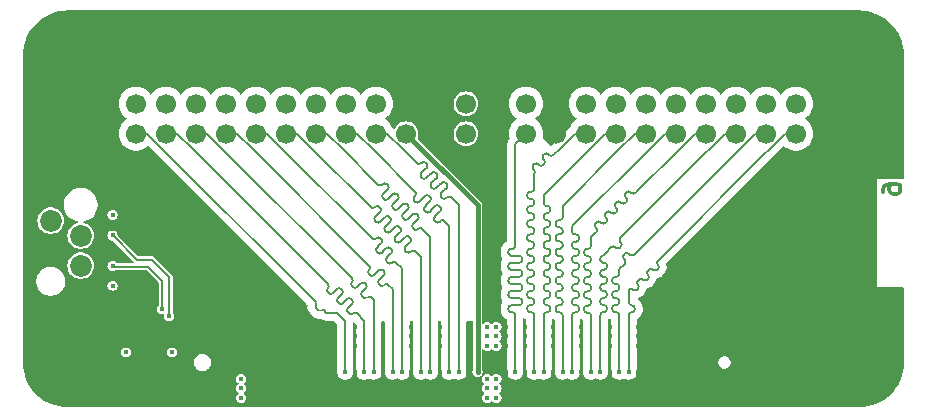
<source format=gbl>
G04 #@! TF.GenerationSoftware,KiCad,Pcbnew,8.0.6*
G04 #@! TF.CreationDate,2024-11-07T02:26:50-08:00*
G04 #@! TF.ProjectId,hvd-50-idc,6876642d-3530-42d6-9964-632e6b696361,1*
G04 #@! TF.SameCoordinates,Original*
G04 #@! TF.FileFunction,Copper,L6,Bot*
G04 #@! TF.FilePolarity,Positive*
%FSLAX46Y46*%
G04 Gerber Fmt 4.6, Leading zero omitted, Abs format (unit mm)*
G04 Created by KiCad (PCBNEW 8.0.6) date 2024-11-07 02:26:50*
%MOMM*%
%LPD*%
G01*
G04 APERTURE LIST*
G04 Aperture macros list*
%AMRoundRect*
0 Rectangle with rounded corners*
0 $1 Rounding radius*
0 $2 $3 $4 $5 $6 $7 $8 $9 X,Y pos of 4 corners*
0 Add a 4 corners polygon primitive as box body*
4,1,4,$2,$3,$4,$5,$6,$7,$8,$9,$2,$3,0*
0 Add four circle primitives for the rounded corners*
1,1,$1+$1,$2,$3*
1,1,$1+$1,$4,$5*
1,1,$1+$1,$6,$7*
1,1,$1+$1,$8,$9*
0 Add four rect primitives between the rounded corners*
20,1,$1+$1,$2,$3,$4,$5,0*
20,1,$1+$1,$4,$5,$6,$7,0*
20,1,$1+$1,$6,$7,$8,$9,0*
20,1,$1+$1,$8,$9,$2,$3,0*%
G04 Aperture macros list end*
%ADD10C,0.300000*%
G04 #@! TA.AperFunction,NonConductor*
%ADD11C,0.300000*%
G04 #@! TD*
G04 #@! TA.AperFunction,ComponentPad*
%ADD12C,6.400000*%
G04 #@! TD*
G04 #@! TA.AperFunction,ComponentPad*
%ADD13C,1.850000*%
G04 #@! TD*
G04 #@! TA.AperFunction,ComponentPad*
%ADD14RoundRect,0.250000X0.600000X-0.600000X0.600000X0.600000X-0.600000X0.600000X-0.600000X-0.600000X0*%
G04 #@! TD*
G04 #@! TA.AperFunction,ComponentPad*
%ADD15C,1.700000*%
G04 #@! TD*
G04 #@! TA.AperFunction,ViaPad*
%ADD16C,0.450000*%
G04 #@! TD*
G04 #@! TA.AperFunction,Conductor*
%ADD17C,0.200000*%
G04 #@! TD*
G04 #@! TA.AperFunction,Conductor*
%ADD18C,0.127500*%
G04 #@! TD*
G04 #@! TA.AperFunction,Conductor*
%ADD19C,0.400000*%
G04 #@! TD*
G04 APERTURE END LIST*
D10*
D11*
X-1999172Y18414285D02*
X-1999172Y18700000D01*
X-1999172Y18700000D02*
X-1927743Y18842857D01*
X-1927743Y18842857D02*
X-1856315Y18914285D01*
X-1856315Y18914285D02*
X-1642029Y19057143D01*
X-1642029Y19057143D02*
X-1356315Y19128571D01*
X-1356315Y19128571D02*
X-784886Y19128571D01*
X-784886Y19128571D02*
X-642029Y19057143D01*
X-642029Y19057143D02*
X-570600Y18985714D01*
X-570600Y18985714D02*
X-499172Y18842857D01*
X-499172Y18842857D02*
X-499172Y18557143D01*
X-499172Y18557143D02*
X-570600Y18414285D01*
X-570600Y18414285D02*
X-642029Y18342857D01*
X-642029Y18342857D02*
X-784886Y18271428D01*
X-784886Y18271428D02*
X-1142029Y18271428D01*
X-1142029Y18271428D02*
X-1284886Y18342857D01*
X-1284886Y18342857D02*
X-1356315Y18414285D01*
X-1356315Y18414285D02*
X-1427743Y18557143D01*
X-1427743Y18557143D02*
X-1427743Y18842857D01*
X-1427743Y18842857D02*
X-1356315Y18985714D01*
X-1356315Y18985714D02*
X-1284886Y19057143D01*
X-1284886Y19057143D02*
X-1142029Y19128571D01*
D12*
G04 #@! TO.P,H4,1,1*
G04 #@! TO.N,GND*
X-4000000Y4000000D03*
G04 #@! TD*
D13*
G04 #@! TO.P,J3,1,Pin_1*
G04 #@! TO.N,+3V3*
X-72440000Y16010000D03*
G04 #@! TO.P,J3,2,Pin_2*
G04 #@! TO.N,/PHY.ID_SDA*
X-69900000Y14740000D03*
G04 #@! TO.P,J3,3,Pin_3*
G04 #@! TO.N,GND*
X-72440000Y13470000D03*
G04 #@! TO.P,J3,4,Pin_4*
G04 #@! TO.N,/PHY.ID_SCL*
X-69900000Y12200000D03*
G04 #@! TD*
D12*
G04 #@! TO.P,H3,1,1*
G04 #@! TO.N,GND*
X-71000000Y4000000D03*
G04 #@! TD*
D14*
G04 #@! TO.P,J2,1,Pin_1*
G04 #@! TO.N,GND*
X-67760000Y23360000D03*
D15*
G04 #@! TO.P,J2,2,Pin_2*
X-67760000Y25900000D03*
G04 #@! TO.P,J2,3,Pin_3*
G04 #@! TO.N,/CON.DB0+*
X-65220000Y23360000D03*
G04 #@! TO.P,J2,4,Pin_4*
G04 #@! TO.N,/CON.DB0-*
X-65220000Y25900000D03*
G04 #@! TO.P,J2,5,Pin_5*
G04 #@! TO.N,/CON.DB1+*
X-62680000Y23360000D03*
G04 #@! TO.P,J2,6,Pin_6*
G04 #@! TO.N,/CON.DB1-*
X-62680000Y25900000D03*
G04 #@! TO.P,J2,7,Pin_7*
G04 #@! TO.N,/CON.DB2+*
X-60140000Y23360000D03*
G04 #@! TO.P,J2,8,Pin_8*
G04 #@! TO.N,/CON.DB2-*
X-60140000Y25900000D03*
G04 #@! TO.P,J2,9,Pin_9*
G04 #@! TO.N,/CON.DB3+*
X-57600000Y23360000D03*
G04 #@! TO.P,J2,10,Pin_10*
G04 #@! TO.N,/CON.DB3-*
X-57600000Y25900000D03*
G04 #@! TO.P,J2,11,Pin_11*
G04 #@! TO.N,/CON.DB4+*
X-55060000Y23360000D03*
G04 #@! TO.P,J2,12,Pin_12*
G04 #@! TO.N,/CON.DB4-*
X-55060000Y25900000D03*
G04 #@! TO.P,J2,13,Pin_13*
G04 #@! TO.N,/CON.DB5+*
X-52520000Y23360000D03*
G04 #@! TO.P,J2,14,Pin_14*
G04 #@! TO.N,/CON.DB5-*
X-52520000Y25900000D03*
G04 #@! TO.P,J2,15,Pin_15*
G04 #@! TO.N,/CON.DB6+*
X-49980000Y23360000D03*
G04 #@! TO.P,J2,16,Pin_16*
G04 #@! TO.N,/CON.DB6-*
X-49980000Y25900000D03*
G04 #@! TO.P,J2,17,Pin_17*
G04 #@! TO.N,/CON.DB7+*
X-47440000Y23360000D03*
G04 #@! TO.P,J2,18,Pin_18*
G04 #@! TO.N,/CON.DB7-*
X-47440000Y25900000D03*
G04 #@! TO.P,J2,19,Pin_19*
G04 #@! TO.N,/CON.DP0+*
X-44900000Y23360000D03*
G04 #@! TO.P,J2,20,Pin_20*
G04 #@! TO.N,/CON.DP0-*
X-44900000Y25900000D03*
G04 #@! TO.P,J2,21,Pin_21*
G04 #@! TO.N,/CON.DIFFSENSE*
X-42360000Y23360000D03*
G04 #@! TO.P,J2,22,Pin_22*
G04 #@! TO.N,GND*
X-42360000Y25900000D03*
G04 #@! TO.P,J2,23,Pin_23*
X-39820000Y23360000D03*
G04 #@! TO.P,J2,24,Pin_24*
X-39820000Y25900000D03*
G04 #@! TO.P,J2,25,Pin_25*
G04 #@! TO.N,/CON.TERMPWR*
X-37280000Y23360000D03*
G04 #@! TO.P,J2,26,Pin_26*
X-37280000Y25900000D03*
G04 #@! TO.P,J2,27,Pin_27*
G04 #@! TO.N,GND*
X-34740000Y23360000D03*
G04 #@! TO.P,J2,28,Pin_28*
X-34740000Y25900000D03*
G04 #@! TO.P,J2,29,Pin_29*
G04 #@! TO.N,/CON.ATN+*
X-32200000Y23360000D03*
G04 #@! TO.P,J2,30,Pin_30*
G04 #@! TO.N,/CON.ATN-*
X-32200000Y25900000D03*
G04 #@! TO.P,J2,31,Pin_31*
G04 #@! TO.N,GND*
X-29660000Y23360000D03*
G04 #@! TO.P,J2,32,Pin_32*
X-29660000Y25900000D03*
G04 #@! TO.P,J2,33,Pin_33*
G04 #@! TO.N,/CON.BSY+*
X-27120000Y23360000D03*
G04 #@! TO.P,J2,34,Pin_34*
G04 #@! TO.N,/CON.BSY-*
X-27120000Y25900000D03*
G04 #@! TO.P,J2,35,Pin_35*
G04 #@! TO.N,/CON.ACK+*
X-24580000Y23360000D03*
G04 #@! TO.P,J2,36,Pin_36*
G04 #@! TO.N,/CON.ACK-*
X-24580000Y25900000D03*
G04 #@! TO.P,J2,37,Pin_37*
G04 #@! TO.N,/CON.RST+*
X-22040000Y23360000D03*
G04 #@! TO.P,J2,38,Pin_38*
G04 #@! TO.N,/CON.RST-*
X-22040000Y25900000D03*
G04 #@! TO.P,J2,39,Pin_39*
G04 #@! TO.N,/CON.MSG+*
X-19500000Y23360000D03*
G04 #@! TO.P,J2,40,Pin_40*
G04 #@! TO.N,/CON.MSG-*
X-19500000Y25900000D03*
G04 #@! TO.P,J2,41,Pin_41*
G04 #@! TO.N,/CON.SEL+*
X-16960000Y23360000D03*
G04 #@! TO.P,J2,42,Pin_42*
G04 #@! TO.N,/CON.SEL-*
X-16960000Y25900000D03*
G04 #@! TO.P,J2,43,Pin_43*
G04 #@! TO.N,/CON.C{slash}D+*
X-14420000Y23360000D03*
G04 #@! TO.P,J2,44,Pin_44*
G04 #@! TO.N,/CON.C{slash}D-*
X-14420000Y25900000D03*
G04 #@! TO.P,J2,45,Pin_45*
G04 #@! TO.N,/CON.REQ+*
X-11880000Y23360000D03*
G04 #@! TO.P,J2,46,Pin_46*
G04 #@! TO.N,/CON.REQ-*
X-11880000Y25900000D03*
G04 #@! TO.P,J2,47,Pin_47*
G04 #@! TO.N,/CON.I{slash}O+*
X-9340000Y23360000D03*
G04 #@! TO.P,J2,48,Pin_48*
G04 #@! TO.N,/CON.I{slash}O-*
X-9340000Y25900000D03*
G04 #@! TO.P,J2,49,Pin_49*
G04 #@! TO.N,GND*
X-6800000Y23360000D03*
G04 #@! TO.P,J2,50,Pin_50*
X-6800000Y25900000D03*
G04 #@! TD*
D16*
G04 #@! TO.N,GND*
X-20300000Y5400000D03*
X-22700000Y1800000D03*
X-49100000Y1800000D03*
X-53900000Y1000000D03*
X-29900000Y2600000D03*
X-17900000Y3200000D03*
X-39500000Y6200000D03*
X-39500000Y1800000D03*
X-44300000Y7000000D03*
X-49100000Y6200000D03*
X-64650000Y4000000D03*
X-46700000Y6200000D03*
X-27500000Y3200000D03*
X-51500000Y2600000D03*
X-27500000Y2600000D03*
X-39500000Y7000000D03*
X-32300000Y1800000D03*
X-53900000Y5400000D03*
X-20300000Y1800000D03*
X-53900000Y2600000D03*
X-37100000Y5400000D03*
X-63600000Y4000000D03*
X-49100000Y3200000D03*
X-25100000Y7000000D03*
X-39500000Y5400000D03*
X-33900000Y1000000D03*
X-41900000Y1000000D03*
X-64100000Y4500000D03*
X-33900000Y2600000D03*
X-49100000Y2600000D03*
X-33900000Y6200000D03*
X-51500000Y5400000D03*
X-44300000Y3200000D03*
X-44300000Y6200000D03*
X-27500000Y6200000D03*
X-39500000Y1000000D03*
X-54700000Y3200000D03*
X-25100000Y1800000D03*
X-41900000Y7000000D03*
X-53900000Y7000000D03*
X-41900000Y6200000D03*
X-46700000Y3200000D03*
X-29900000Y3200000D03*
X-27500000Y5400000D03*
X-54700000Y6200000D03*
X-29900000Y1000000D03*
X-20300000Y1000000D03*
X-53900000Y1800000D03*
X-51500000Y6200000D03*
X-20300000Y2600000D03*
X-22700000Y1000000D03*
X-44300000Y5400000D03*
X-33900000Y1800000D03*
X-32300000Y5400000D03*
X-20300000Y6200000D03*
X-37100000Y6200000D03*
X-25100000Y2600000D03*
X-37100000Y7000000D03*
X-22700000Y3200000D03*
X-39500000Y2600000D03*
X-25100000Y6200000D03*
X-33900000Y7000000D03*
X-51500000Y7000000D03*
X-54700000Y7000000D03*
X-29900000Y7000000D03*
X-44300000Y1800000D03*
X-22700000Y2600000D03*
X-17900000Y5400000D03*
X-41900000Y2600000D03*
X-17900000Y7000000D03*
X-44300000Y1000000D03*
X-32300000Y7000000D03*
X-51500000Y1800000D03*
X-54700000Y5400000D03*
X-22700000Y6200000D03*
X-57100000Y5400000D03*
X-37100000Y1800000D03*
X-46700000Y1000000D03*
X-25100000Y1000000D03*
X-25100000Y3200000D03*
X-32300000Y2600000D03*
X-44300000Y2600000D03*
X-46700000Y5400000D03*
X-39500000Y3200000D03*
X-54700000Y1800000D03*
X-22700000Y7000000D03*
X-20300000Y3200000D03*
X-46700000Y2600000D03*
X-37100000Y1000000D03*
X-37100000Y2600000D03*
X-51500000Y1000000D03*
X-17900000Y1000000D03*
X-20300000Y7000000D03*
X-57100000Y6200000D03*
X-32300000Y1000000D03*
X-41900000Y3200000D03*
X-33900000Y5400000D03*
X-46700000Y1800000D03*
X-29900000Y5400000D03*
X-27500000Y1800000D03*
X-53900000Y3200000D03*
X-51500000Y3200000D03*
X-37100000Y3200000D03*
X-41900000Y1800000D03*
X-53900000Y6200000D03*
X-41900000Y5400000D03*
X-29900000Y6200000D03*
X-49100000Y5400000D03*
X-54700000Y2600000D03*
X-49100000Y7000000D03*
X-49100000Y1000000D03*
X-46700000Y7000000D03*
X-29900000Y1800000D03*
X-25100000Y5400000D03*
X-64100000Y3500000D03*
X-32300000Y6200000D03*
X-32300000Y3200000D03*
X-17900000Y6200000D03*
X-27500000Y1000000D03*
X-57100000Y7000000D03*
X-22700000Y5400000D03*
X-17900000Y2600000D03*
X-54700000Y1000000D03*
X-17900000Y1800000D03*
X-33900000Y3200000D03*
X-27500000Y7000000D03*
X-66050000Y3150000D03*
G04 #@! TO.N,/PHY.ID_SCL*
X-67200000Y12150000D03*
X-63000000Y8500000D03*
G04 #@! TO.N,+3V3*
X-56300000Y1800000D03*
X-67200000Y16500000D03*
X-67200000Y10500000D03*
X-66050000Y4850000D03*
X-56300000Y1000000D03*
X-56300000Y2600000D03*
X-62150000Y4850000D03*
G04 #@! TO.N,/PHY.ID_SDA*
X-67200000Y14750000D03*
X-62400000Y7900000D03*
G04 #@! TO.N,/CON.C{slash}D+*
X-25900000Y3200000D03*
G04 #@! TO.N,/CON.ACK+*
X-30700000Y3200000D03*
G04 #@! TO.N,/CON.TERMPWR*
X-35500000Y6200000D03*
X-34700000Y6200000D03*
X-34700000Y7000000D03*
X-35500000Y1000000D03*
X-35500000Y7000000D03*
X-34700000Y5400000D03*
X-35500000Y2600000D03*
X-34700000Y2600000D03*
X-34700000Y1000000D03*
X-35500000Y1800000D03*
X-34700000Y1800000D03*
X-35500000Y5400000D03*
G04 #@! TO.N,/CON.BSY+*
X-31500000Y3200000D03*
G04 #@! TO.N,/CON.DB5+*
X-41100000Y3200000D03*
G04 #@! TO.N,/CON.DP0+*
X-37900000Y3200000D03*
G04 #@! TO.N,/CON.SEL+*
X-26700000Y3200000D03*
G04 #@! TO.N,/CON.ATN+*
X-33100000Y3200000D03*
G04 #@! TO.N,/CON.DB7+*
X-38700000Y3200000D03*
G04 #@! TO.N,/CON.REQ+*
X-24300000Y3200000D03*
G04 #@! TO.N,/CON.MSG+*
X-28300000Y3200000D03*
G04 #@! TO.N,/CON.DB3+*
X-43500000Y3200000D03*
G04 #@! TO.N,/CON.DIFFSENSE*
X-36300000Y3200000D03*
G04 #@! TO.N,/CON.I{slash}O+*
X-23500000Y3200000D03*
G04 #@! TO.N,/CON.DB4+*
X-42700000Y3200000D03*
G04 #@! TO.N,/CON.RST+*
X-29100000Y3200000D03*
G04 #@! TO.N,/CON.DB6+*
X-40300000Y3200000D03*
G04 #@! TO.N,/CON.DB1+*
X-45900000Y3200000D03*
G04 #@! TO.N,/CON.DB2+*
X-45100000Y3200000D03*
G04 #@! TO.N,/CON.DB0+*
X-47500000Y3200000D03*
G04 #@! TD*
D17*
G04 #@! TO.N,/PHY.ID_SCL*
X-64200000Y12100000D02*
X-67150000Y12100000D01*
X-67150000Y12100000D02*
X-67200000Y12150000D01*
X-63000000Y10900000D02*
X-64200000Y12100000D01*
X-63000000Y8500000D02*
X-63000000Y10900000D01*
G04 #@! TO.N,/PHY.ID_SDA*
X-62400000Y11200000D02*
X-63900000Y12700000D01*
X-65150000Y12700000D02*
X-67200000Y14750000D01*
X-62400000Y7900000D02*
X-62400000Y11200000D01*
X-63900000Y12700000D02*
X-65150000Y12700000D01*
D18*
G04 #@! TO.N,/CON.C{slash}D+*
X-25900000Y12816611D02*
X-25900000Y12844920D01*
X-24162674Y14134009D02*
X-24217089Y14188424D01*
X-25660000Y8256611D02*
X-25583060Y8256611D01*
X-24217089Y14527835D02*
X-24132234Y14612687D01*
X-25660000Y10656611D02*
X-25583060Y10656611D01*
X-25900000Y11496611D02*
X-25900000Y11616611D01*
X-25900000Y3200000D02*
X-25900000Y8016611D01*
X-25660000Y9456611D02*
X-25583060Y9456611D01*
X-25343060Y12096611D02*
X-25343060Y12216611D01*
X-25900000Y10296611D02*
X-25900000Y10416611D01*
X-25583060Y12456611D02*
X-25660000Y12456611D01*
X-15384920Y23360000D02*
X-14420000Y23360000D01*
X-25900000Y9096611D02*
X-25900000Y9216611D01*
X-24247526Y13709744D02*
X-24162674Y13794597D01*
X-25900000Y12844920D02*
X-25440381Y13304539D01*
X-25660000Y11856611D02*
X-25583060Y11856611D01*
X-25583060Y11256611D02*
X-25660000Y11256611D01*
X-24641351Y13764158D02*
X-24586937Y13709744D01*
X-25343060Y8496611D02*
X-25343060Y8616611D01*
X-24132234Y14612687D02*
X-16884382Y21860538D01*
X-25343060Y10896611D02*
X-25343060Y11016611D01*
X-25583060Y8856611D02*
X-25660000Y8856611D01*
X-25343060Y9696611D02*
X-25343060Y9816611D01*
X-25583060Y10056611D02*
X-25660000Y10056611D01*
X-25900000Y12696611D02*
X-25900000Y12816611D01*
X-16884382Y21860538D02*
X-16734592Y22010328D01*
X-16734592Y22010328D02*
X-15384920Y23360000D01*
X-25440381Y13304539D02*
X-24980762Y13764158D01*
X-25660000Y11256611D02*
G75*
G02*
X-25899989Y11496611I0J239989D01*
G01*
X-24980762Y13764158D02*
G75*
G02*
X-24641351Y13764159I169706J-169707D01*
G01*
X-25343060Y12216611D02*
G75*
G03*
X-25583060Y12456640I-240040J-11D01*
G01*
X-25343060Y8616611D02*
G75*
G03*
X-25583060Y8856640I-240040J-11D01*
G01*
X-25660000Y12456611D02*
G75*
G02*
X-25899989Y12696611I0J239989D01*
G01*
X-25900000Y9216611D02*
G75*
G02*
X-25660000Y9456600I240000J-11D01*
G01*
X-25900000Y10416611D02*
G75*
G02*
X-25660000Y10656600I240000J-11D01*
G01*
X-25583060Y11856611D02*
G75*
G03*
X-25343111Y12096611I-40J239989D01*
G01*
X-25583060Y8256611D02*
G75*
G03*
X-25343111Y8496611I-40J239989D01*
G01*
X-24586937Y13709744D02*
G75*
G03*
X-24247526Y13709743I169706J169707D01*
G01*
X-25660000Y8856611D02*
G75*
G02*
X-25899989Y9096611I0J239989D01*
G01*
X-25900000Y8016611D02*
G75*
G02*
X-25660000Y8256600I240000J-11D01*
G01*
X-24162674Y13794597D02*
G75*
G03*
X-24162677Y14134006I-169726J169703D01*
G01*
X-25583060Y9456611D02*
G75*
G03*
X-25343111Y9696611I-40J239989D01*
G01*
X-25583060Y10656611D02*
G75*
G03*
X-25343111Y10896611I-40J239989D01*
G01*
X-25343060Y11016611D02*
G75*
G03*
X-25583060Y11256640I-240040J-11D01*
G01*
X-25343060Y9816611D02*
G75*
G03*
X-25583060Y10056640I-240040J-11D01*
G01*
X-25660000Y10056611D02*
G75*
G02*
X-25899989Y10296611I0J239989D01*
G01*
X-25900000Y11616611D02*
G75*
G02*
X-25660000Y11856600I240000J-11D01*
G01*
X-24217089Y14188424D02*
G75*
G02*
X-24217060Y14527805I169689J169676D01*
G01*
G04 #@! TO.N,/CON.ACK+*
X-30375907Y11240000D02*
X-30460000Y11240000D01*
X-30700000Y17480000D02*
X-30700000Y17600000D01*
X-30700000Y9080000D02*
X-30700000Y9200000D01*
X-30700000Y13880000D02*
X-30700000Y14000000D01*
X-30700000Y11480000D02*
X-30700000Y11600000D01*
X-30135922Y15680000D02*
X-30135922Y15800000D01*
X-30135907Y12080000D02*
X-30135907Y12200000D01*
X-30460000Y14240000D02*
X-30375907Y14240000D01*
X-30135907Y14480000D02*
X-30135907Y14600000D01*
X-30700000Y12680000D02*
X-30700000Y12800000D01*
X-30700000Y17600000D02*
X-30700000Y18204918D01*
X-30460000Y16640000D02*
X-30375922Y16640000D01*
X-30460000Y8240000D02*
X-30375907Y8240000D01*
X-30375922Y16040000D02*
X-30460000Y16040000D01*
X-30700000Y18204918D02*
X-26883099Y22021819D01*
X-30460000Y10640000D02*
X-30375907Y10640000D01*
X-30375922Y17240000D02*
X-30460000Y17240000D01*
X-30135907Y8480000D02*
X-30135907Y8600000D01*
X-30700000Y16280000D02*
X-30700000Y16400000D01*
X-30135922Y16880000D02*
X-30135922Y17000000D01*
X-30375907Y8840000D02*
X-30460000Y8840000D01*
X-25544918Y23360000D02*
X-24580000Y23360000D01*
X-30375907Y10040000D02*
X-30460000Y10040000D01*
X-30460000Y13040000D02*
X-30375907Y13040000D01*
X-30460000Y11840000D02*
X-30375907Y11840000D01*
X-30135907Y9680000D02*
X-30135907Y9800000D01*
X-30375907Y14840000D02*
X-30460000Y14840000D01*
X-30460000Y15440000D02*
X-30375922Y15440000D01*
X-30700000Y3200000D02*
X-30700000Y8000000D01*
X-30460000Y9440000D02*
X-30375907Y9440000D01*
X-26883099Y22021819D02*
X-25544918Y23360000D01*
X-30375907Y13640000D02*
X-30460000Y13640000D01*
X-30700000Y15080000D02*
X-30700000Y15200000D01*
X-30700000Y10280000D02*
X-30700000Y10400000D01*
X-30135907Y10880000D02*
X-30135907Y11000000D01*
X-30375907Y12440000D02*
X-30460000Y12440000D01*
X-30135907Y13280000D02*
X-30135907Y13400000D01*
X-30135907Y13400000D02*
G75*
G03*
X-30375907Y13639993I-239993J0D01*
G01*
X-30700000Y11600000D02*
G75*
G02*
X-30460000Y11840000I240000J0D01*
G01*
X-30460000Y17240000D02*
G75*
G02*
X-30700000Y17480000I0J240000D01*
G01*
X-30135922Y15800000D02*
G75*
G03*
X-30375922Y16039978I-239978J0D01*
G01*
X-30700000Y15200000D02*
G75*
G02*
X-30460000Y15440000I240000J0D01*
G01*
X-30460000Y11240000D02*
G75*
G02*
X-30700000Y11480000I0J240000D01*
G01*
X-30700000Y9200000D02*
G75*
G02*
X-30460000Y9440000I240000J0D01*
G01*
X-30135907Y14600000D02*
G75*
G03*
X-30375907Y14839993I-239993J0D01*
G01*
X-30375907Y9440000D02*
G75*
G03*
X-30135900Y9680000I7J240000D01*
G01*
X-30135922Y17000000D02*
G75*
G03*
X-30375922Y17239978I-239978J0D01*
G01*
X-30375907Y10640000D02*
G75*
G03*
X-30135900Y10880000I7J240000D01*
G01*
X-30700000Y8000000D02*
G75*
G02*
X-30460000Y8240000I240000J0D01*
G01*
X-30135907Y9800000D02*
G75*
G03*
X-30375907Y10039993I-239993J0D01*
G01*
X-30700000Y14000000D02*
G75*
G02*
X-30460000Y14240000I240000J0D01*
G01*
X-30700000Y10400000D02*
G75*
G02*
X-30460000Y10640000I240000J0D01*
G01*
X-30135907Y8600000D02*
G75*
G03*
X-30375907Y8839993I-239993J0D01*
G01*
X-30700000Y16400000D02*
G75*
G02*
X-30460000Y16640000I240000J0D01*
G01*
X-30460000Y16040000D02*
G75*
G02*
X-30700000Y16280000I0J240000D01*
G01*
X-30375907Y13040000D02*
G75*
G03*
X-30135900Y13280000I7J240000D01*
G01*
X-30375907Y14240000D02*
G75*
G03*
X-30135900Y14480000I7J240000D01*
G01*
X-30375922Y16640000D02*
G75*
G03*
X-30135900Y16880000I22J240000D01*
G01*
X-30135907Y12200000D02*
G75*
G03*
X-30375907Y12439993I-239993J0D01*
G01*
X-30135907Y11000000D02*
G75*
G03*
X-30375907Y11239993I-239993J0D01*
G01*
X-30460000Y14840000D02*
G75*
G02*
X-30700000Y15080000I0J240000D01*
G01*
X-30460000Y12440000D02*
G75*
G02*
X-30700000Y12680000I0J240000D01*
G01*
X-30375907Y11840000D02*
G75*
G03*
X-30135900Y12080000I7J240000D01*
G01*
X-30375907Y8240000D02*
G75*
G03*
X-30135900Y8480000I7J240000D01*
G01*
X-30700000Y12800000D02*
G75*
G02*
X-30460000Y13040000I240000J0D01*
G01*
X-30375922Y15440000D02*
G75*
G03*
X-30135900Y15680000I22J240000D01*
G01*
X-30460000Y13640000D02*
G75*
G02*
X-30700000Y13880000I0J240000D01*
G01*
X-30460000Y10040000D02*
G75*
G02*
X-30700000Y10280000I0J240000D01*
G01*
X-30460000Y8840000D02*
G75*
G02*
X-30700000Y9080000I0J240000D01*
G01*
G04 #@! TO.N,/CON.BSY+*
X-32100000Y12080000D02*
X-32100000Y12200000D01*
X-31740000Y11840000D02*
X-31860000Y11840000D01*
X-31499999Y20284332D02*
X-31584851Y20369184D01*
X-31500000Y3200000D02*
X-31500000Y8000000D01*
X-29887792Y21557124D02*
X-29802940Y21641979D01*
X-30312057Y21641977D02*
X-30227204Y21557124D01*
X-29802940Y21641979D02*
X-29426331Y22018589D01*
X-31500000Y13880000D02*
X-31500000Y14000000D01*
X-31160587Y20793447D02*
X-31075734Y20708594D01*
X-31860000Y16040000D02*
X-31740000Y16040000D01*
X-29426331Y22018589D02*
X-28084920Y23360000D01*
X-31740000Y17840000D02*
X-31860000Y17840000D01*
X-31500000Y10280000D02*
X-31500000Y10400000D01*
X-31740000Y16640000D02*
X-31860000Y16640000D01*
X-32100000Y14480000D02*
X-32100000Y14600000D01*
X-31740000Y9440000D02*
X-31860000Y9440000D01*
X-31740000Y14240000D02*
X-31860000Y14240000D01*
X-31860000Y11240000D02*
X-31740000Y11240000D01*
X-31860000Y18440000D02*
X-31740000Y18440000D01*
X-30736321Y21557126D02*
X-30651469Y21641977D01*
X-32100000Y8480000D02*
X-32100000Y8600000D01*
X-31740000Y10640000D02*
X-31860000Y10640000D01*
X-31500000Y18680000D02*
X-31500000Y18800000D01*
X-31500000Y12680000D02*
X-31500000Y12800000D01*
X-31500000Y19450000D02*
X-31500000Y19944920D01*
X-32100000Y16880000D02*
X-32100000Y17000000D01*
X-31860000Y8840000D02*
X-31740000Y8840000D01*
X-32100000Y9680000D02*
X-32100000Y9800000D01*
X-30736322Y20708594D02*
X-30651470Y20793449D01*
X-31500000Y18800000D02*
X-31500000Y19450000D01*
X-31860000Y14840000D02*
X-31740000Y14840000D01*
X-30651469Y21132862D02*
X-30736321Y21217714D01*
X-31740000Y8240000D02*
X-31860000Y8240000D01*
X-32100000Y15680000D02*
X-32100000Y15800000D01*
X-31740000Y15440000D02*
X-31860000Y15440000D01*
X-31500000Y17480000D02*
X-31500000Y17600000D01*
X-31500000Y11480000D02*
X-31500000Y11600000D01*
X-31584851Y20708596D02*
X-31499999Y20793447D01*
X-31860000Y17240000D02*
X-31740000Y17240000D01*
X-28084920Y23360000D02*
X-27119999Y23360000D01*
X-31500000Y9080000D02*
X-31500000Y9200000D01*
X-31860000Y12440000D02*
X-31740000Y12440000D01*
X-31860000Y13640000D02*
X-31740000Y13640000D01*
X-31860000Y10040000D02*
X-31740000Y10040000D01*
X-32100000Y10880000D02*
X-32100000Y11000000D01*
X-31500000Y15080000D02*
X-31500000Y15200000D01*
X-32100000Y13280000D02*
X-32100000Y13400000D01*
X-31500000Y16280000D02*
X-31500000Y16400000D01*
X-30651470Y20793449D02*
X-30651470Y20793450D01*
X-31740000Y13040000D02*
X-31860000Y13040000D01*
X-32100000Y18080000D02*
X-32100000Y18200000D01*
X-31740000Y11240000D02*
G75*
G03*
X-31500000Y11480000I0J240000D01*
G01*
X-31740000Y12440000D02*
G75*
G03*
X-31500000Y12680000I0J240000D01*
G01*
X-31860000Y16640000D02*
G75*
G02*
X-32100000Y16880000I0J240000D01*
G01*
X-32100000Y15800000D02*
G75*
G02*
X-31860000Y16040000I240000J0D01*
G01*
X-31500000Y8000000D02*
G75*
G03*
X-31740000Y8240000I-240000J0D01*
G01*
X-31500000Y14000000D02*
G75*
G03*
X-31740000Y14240000I-240000J0D01*
G01*
X-31500000Y11600000D02*
G75*
G03*
X-31740000Y11840000I-240000J0D01*
G01*
X-32100000Y9800000D02*
G75*
G02*
X-31860000Y10040000I240000J0D01*
G01*
X-31740000Y10040000D02*
G75*
G03*
X-31500000Y10280000I0J240000D01*
G01*
X-31500000Y9200000D02*
G75*
G03*
X-31740000Y9440000I-240000J0D01*
G01*
X-31860000Y8240000D02*
G75*
G02*
X-32100000Y8480000I0J240000D01*
G01*
X-31860000Y17840000D02*
G75*
G02*
X-32100000Y18080000I0J240000D01*
G01*
X-32100000Y12200000D02*
G75*
G02*
X-31860000Y12440000I240000J0D01*
G01*
X-31860000Y13040000D02*
G75*
G02*
X-32100000Y13280000I0J240000D01*
G01*
X-31860000Y15440000D02*
G75*
G02*
X-32100000Y15680000I0J240000D01*
G01*
X-31860000Y14240000D02*
G75*
G02*
X-32100000Y14480000I0J240000D01*
G01*
X-32100000Y11000000D02*
G75*
G02*
X-31860000Y11240000I240000J0D01*
G01*
X-31740000Y17240000D02*
G75*
G03*
X-31500000Y17480000I0J240000D01*
G01*
X-31500000Y16400000D02*
G75*
G03*
X-31740000Y16640000I-240000J0D01*
G01*
X-32100000Y17000000D02*
G75*
G02*
X-31860000Y17240000I240000J0D01*
G01*
X-31740000Y13640000D02*
G75*
G03*
X-31500000Y13880000I0J240000D01*
G01*
X-30736321Y21217714D02*
G75*
G02*
X-30736301Y21557106I169721J169686D01*
G01*
X-31740000Y14840000D02*
G75*
G03*
X-31500000Y15080000I0J240000D01*
G01*
X-31500000Y15200000D02*
G75*
G03*
X-31740000Y15440000I-240000J0D01*
G01*
X-31075734Y20708594D02*
G75*
G03*
X-30736322Y20708594I169706J169708D01*
G01*
X-31740000Y18440000D02*
G75*
G03*
X-31500000Y18680000I0J240000D01*
G01*
X-31584851Y20369184D02*
G75*
G02*
X-31584861Y20708606I169651J169716D01*
G01*
X-30227204Y21557124D02*
G75*
G03*
X-29887792Y21557124I169706J169708D01*
G01*
X-31500000Y10400000D02*
G75*
G03*
X-31740000Y10640000I-240000J0D01*
G01*
X-31860000Y9440000D02*
G75*
G02*
X-32100000Y9680000I0J240000D01*
G01*
X-30651470Y20793450D02*
G75*
G03*
X-30651425Y21132905I-169730J169750D01*
G01*
X-31740000Y8840000D02*
G75*
G03*
X-31500000Y9080000I0J240000D01*
G01*
X-31500000Y12800000D02*
G75*
G03*
X-31740000Y13040000I-240000J0D01*
G01*
X-31740000Y16040000D02*
G75*
G03*
X-31500000Y16280000I0J240000D01*
G01*
X-31500000Y17600000D02*
G75*
G03*
X-31740000Y17840000I-240000J0D01*
G01*
X-32100000Y18200000D02*
G75*
G02*
X-31860000Y18440000I240000J0D01*
G01*
X-31860000Y10640000D02*
G75*
G02*
X-32100000Y10880000I0J240000D01*
G01*
X-32100000Y13400000D02*
G75*
G02*
X-31860000Y13640000I240000J0D01*
G01*
X-31499999Y20793447D02*
G75*
G02*
X-31160587Y20793447I169706J-169701D01*
G01*
X-32100000Y14600000D02*
G75*
G02*
X-31860000Y14840000I240000J0D01*
G01*
X-31500000Y19944920D02*
G75*
G03*
X-31500025Y20284305I-169700J169680D01*
G01*
X-31860000Y11840000D02*
G75*
G02*
X-32100000Y12080000I0J240000D01*
G01*
X-30651469Y21641977D02*
G75*
G02*
X-30312057Y21641977I169706J-169701D01*
G01*
X-32100000Y8600000D02*
G75*
G02*
X-31860000Y8840000I240000J0D01*
G01*
G04 #@! TO.N,/CON.DB5+*
X-43898543Y15698543D02*
X-43675329Y15921758D01*
X-43474276Y15274276D02*
X-43697513Y15051042D01*
X-42826777Y15412655D02*
X-42911632Y15497510D01*
X-44747077Y16547077D02*
X-44747076Y16547076D01*
X-50190682Y21990682D02*
X-51560000Y23360000D01*
X-41100000Y3200000D02*
X-41100000Y12900000D01*
X-43474277Y15274277D02*
X-43474276Y15274276D01*
X-42625744Y14425744D02*
X-42625743Y14425743D01*
X-43675329Y16261169D02*
X-43760184Y16346024D01*
X-44322809Y16122809D02*
X-44546044Y15899577D01*
X-52520000Y23360000D02*
X-51560000Y23360000D01*
X-43188365Y14202536D02*
X-43273221Y14287392D01*
X-44036923Y15051041D02*
X-44121779Y15135897D01*
X-44523812Y17109752D02*
X-44608665Y17194605D01*
X-44885454Y15899576D02*
X-44970310Y15984432D01*
X-41946917Y13407505D02*
X-42000422Y13354003D01*
X-42371185Y13831774D02*
X-42201480Y14001479D01*
X-44970311Y16323844D02*
X-44747077Y16547077D01*
X-44577371Y16716782D02*
X-44523812Y16770341D01*
X-41978263Y14564103D02*
X-42063118Y14648958D01*
X-45341048Y17141046D02*
X-45425899Y17225899D01*
X-41100000Y12900000D02*
X-41607505Y13407505D01*
X-42201477Y14001477D02*
X-41978263Y14224692D01*
X-43898544Y15698544D02*
X-43898543Y15698543D01*
X-43273220Y14626802D02*
X-43050013Y14850012D01*
X-43251043Y15497510D02*
X-43474277Y15274277D01*
X-44099595Y16346024D02*
X-44322810Y16122810D01*
X-42424687Y13778269D02*
X-42371185Y13831774D01*
X-45425899Y17225899D02*
X-50190682Y21990682D01*
X-44948077Y17194605D02*
X-45001637Y17141046D01*
X-44121780Y15475309D02*
X-43898544Y15698544D01*
X-43050010Y14850010D02*
X-42826777Y15073244D01*
X-42339832Y13354002D02*
X-42424687Y13438857D01*
X-42201480Y14001479D02*
X-42201477Y14001477D01*
X-42402529Y14648958D02*
X-42625744Y14425744D01*
X-44322810Y16122810D02*
X-44322809Y16122809D01*
X-51560000Y23360000D02*
X-50200000Y22000000D01*
X-44747076Y16547076D02*
X-44577371Y16716782D01*
X-42625743Y14425743D02*
X-42848953Y14202536D01*
X-43050013Y14850012D02*
X-43050010Y14850010D01*
X-43675329Y15921758D02*
G75*
G03*
X-43675292Y16261206I-169671J169742D01*
G01*
X-42848953Y14202536D02*
G75*
G02*
X-43188365Y14202536I-169706J169701D01*
G01*
X-42000422Y13354003D02*
G75*
G02*
X-42339804Y13354029I-169678J169697D01*
G01*
X-43760184Y16346024D02*
G75*
G03*
X-44099594Y16346024I-169705J-169703D01*
G01*
X-44523812Y16770341D02*
G75*
G03*
X-44523858Y17109705I-169688J169659D01*
G01*
X-42424687Y13438857D02*
G75*
G02*
X-42424724Y13778306I169687J169743D01*
G01*
X-43273221Y14287392D02*
G75*
G02*
X-43273224Y14626805I169721J169708D01*
G01*
X-44121779Y15135897D02*
G75*
G02*
X-44121777Y15475305I169679J169703D01*
G01*
X-44970310Y15984432D02*
G75*
G02*
X-44970273Y16323805I169710J169668D01*
G01*
X-42826777Y15073244D02*
G75*
G03*
X-42826826Y15412605I-169723J169656D01*
G01*
X-44546044Y15899577D02*
G75*
G02*
X-44885404Y15899625I-169656J169723D01*
G01*
X-44608665Y17194605D02*
G75*
G03*
X-44948077Y17194605I-169706J-169704D01*
G01*
X-41607505Y13407505D02*
G75*
G03*
X-41946917Y13407505I-169706J-169701D01*
G01*
X-45001637Y17141046D02*
G75*
G02*
X-45341047Y17141046I-169705J169703D01*
G01*
X-42911632Y15497510D02*
G75*
G03*
X-43251044Y15497511I-169706J-169703D01*
G01*
X-41978263Y14224692D02*
G75*
G03*
X-41978260Y14564105I-169737J169708D01*
G01*
X-43697513Y15051042D02*
G75*
G02*
X-44036904Y15051059I-169687J169658D01*
G01*
X-42063118Y14648958D02*
G75*
G03*
X-42402530Y14648959I-169706J-169703D01*
G01*
G04 #@! TO.N,/CON.DP0+*
X-39989083Y19414002D02*
X-39757652Y19645434D01*
X-39310258Y18395766D02*
X-39140553Y18565471D01*
X-40413349Y19838268D02*
X-40644762Y19606858D01*
X-40135610Y18758356D02*
X-40220466Y18843212D01*
X-39989086Y19414004D02*
X-39989083Y19414002D01*
X-41516439Y20941358D02*
X-42601889Y22026808D01*
X-40984172Y19606857D02*
X-41069028Y19691713D01*
X-40220465Y19182622D02*
X-39989086Y19414004D01*
X-39371922Y18334099D02*
X-39310258Y18395766D01*
X-39140553Y18565471D02*
X-39140550Y18565469D01*
X-39757652Y19984846D02*
X-39842507Y20069701D01*
X-37900000Y3200000D02*
X-37900000Y17324919D01*
X-40606215Y20833348D02*
X-40691068Y20918201D01*
X-41069029Y20031125D02*
X-40837617Y20262536D01*
X-39287067Y17909832D02*
X-39371922Y17994687D01*
X-40667911Y20432241D02*
X-40606215Y20493937D01*
X-39564816Y18989735D02*
X-39796198Y18758356D01*
X-39333442Y19221110D02*
X-39564817Y18989736D01*
X-38885990Y17971497D02*
X-38947657Y17909833D01*
X-40181918Y20069701D02*
X-40413350Y19838270D01*
X-41030480Y20918201D02*
X-41092176Y20856506D01*
X-38909176Y19136255D02*
X-38994031Y19221110D01*
X-40413350Y19838270D02*
X-40413349Y19838268D01*
X-39564817Y18989736D02*
X-39564816Y18989735D01*
X-40837616Y20262535D02*
X-40667911Y20432241D01*
X-39140550Y18565469D02*
X-38909176Y18796844D01*
X-37900000Y17324919D02*
X-38546578Y17971497D01*
X-42601889Y22026808D02*
X-43935081Y23360000D01*
X-41431588Y20856506D02*
X-41516439Y20941358D01*
X-43935081Y23360000D02*
X-44900000Y23360000D01*
X-40837617Y20262536D02*
X-40837616Y20262535D01*
X-40220466Y18843212D02*
G75*
G02*
X-40220449Y19182605I169666J169688D01*
G01*
X-38546578Y17971497D02*
G75*
G03*
X-38885990Y17971497I-169706J-169701D01*
G01*
X-38994031Y19221110D02*
G75*
G03*
X-39333441Y19221110I-169705J-169703D01*
G01*
X-39757652Y19645434D02*
G75*
G03*
X-39757692Y19984806I-169748J169666D01*
G01*
X-40644762Y19606858D02*
G75*
G02*
X-40984204Y19606824I-169738J169742D01*
G01*
X-41092176Y20856506D02*
G75*
G02*
X-41431588Y20856506I-169706J169704D01*
G01*
X-41069028Y19691713D02*
G75*
G02*
X-41069010Y20031106I169728J169687D01*
G01*
X-38909176Y18796844D02*
G75*
G03*
X-38909225Y19136205I-169724J169656D01*
G01*
X-39842507Y20069701D02*
G75*
G03*
X-40181917Y20069701I-169705J-169703D01*
G01*
X-40606215Y20493937D02*
G75*
G03*
X-40606257Y20833305I-169685J169663D01*
G01*
X-40691068Y20918201D02*
G75*
G03*
X-41030480Y20918201I-169706J-169704D01*
G01*
X-39371922Y17994687D02*
G75*
G02*
X-39371929Y18334106I169722J169713D01*
G01*
X-38947657Y17909833D02*
G75*
G02*
X-39287105Y17909794I-169743J169667D01*
G01*
X-39796198Y18758356D02*
G75*
G02*
X-40135610Y18758356I-169706J169701D01*
G01*
G04 #@! TO.N,/CON.SEL+*
X-27282150Y9655638D02*
X-27282150Y9775638D01*
X-24191290Y17577507D02*
X-24119055Y17505272D01*
X-26940000Y10615638D02*
X-27042150Y10615638D01*
X-27282148Y13255638D02*
X-27282148Y13375638D01*
X-26940000Y9415638D02*
X-27042150Y9415638D01*
X-24615555Y17492654D02*
X-24530700Y17577508D01*
X-26940000Y8215638D02*
X-27042150Y8215638D01*
X-25391851Y15893067D02*
X-25391851Y15893068D01*
X-27282149Y12055638D02*
X-27282149Y12175638D01*
X-26940000Y11815638D02*
X-27042149Y11815638D01*
X-19262062Y22022857D02*
X-17924919Y23360000D01*
X-25464059Y16644098D02*
X-25379204Y16728952D01*
X-26700000Y12655638D02*
X-26700000Y12775638D01*
X-26700000Y3200000D02*
X-26700000Y7975638D01*
X-17924919Y23360000D02*
X-16960001Y23360000D01*
X-24543320Y17081010D02*
X-24615554Y17153244D01*
X-24543321Y16741597D02*
X-24543321Y16741598D01*
X-25039794Y16728951D02*
X-24967585Y16656742D01*
X-26700000Y11455638D02*
X-26700000Y11575638D01*
X-27042149Y12415638D02*
X-26940000Y12415638D01*
X-24628173Y16656743D02*
X-24543321Y16741597D01*
X-27282150Y10855638D02*
X-27282150Y10975638D01*
X-26940000Y13015638D02*
X-27042148Y13015638D01*
X-26700000Y13855638D02*
X-26700000Y13975638D01*
X-27042148Y13615638D02*
X-26940000Y13615638D01*
X-26312578Y15795557D02*
X-26227723Y15880411D01*
X-23779643Y17505273D02*
X-23694791Y17590127D01*
X-26700000Y13975638D02*
X-26700000Y14584919D01*
X-26700000Y14584919D02*
X-26240381Y15044538D01*
X-23766999Y18341158D02*
X-23682144Y18426012D01*
X-22931113Y18353803D02*
X-22846261Y18438657D01*
X-27042150Y10015638D02*
X-26940000Y10015638D01*
X-27282150Y8455638D02*
X-27282150Y8575638D01*
X-25476703Y15808213D02*
X-25391851Y15893067D01*
X-25888313Y15880410D02*
X-25816115Y15808212D01*
X-27042150Y11215638D02*
X-26940000Y11215638D01*
X-22846261Y18438657D02*
X-19262062Y22022857D01*
X-23342734Y18426011D02*
X-23270525Y18353802D01*
X-25391850Y16232480D02*
X-25464058Y16304688D01*
X-27042150Y8815638D02*
X-26940000Y8815638D01*
X-26700000Y9055638D02*
X-26700000Y9175638D01*
X-26700000Y10255638D02*
X-26700000Y10375638D01*
X-26240380Y15383950D02*
X-26312577Y15456147D01*
X-23694790Y17929540D02*
X-23766998Y18001748D01*
X-23694791Y17590127D02*
X-23694791Y17590128D01*
X-23766998Y18001748D02*
G75*
G02*
X-23767046Y18341204I169698J169752D01*
G01*
X-27042150Y10615638D02*
G75*
G02*
X-27282162Y10855638I-50J239962D01*
G01*
X-24530700Y17577508D02*
G75*
G02*
X-24191294Y17577503I169700J-169708D01*
G01*
X-26940000Y10015638D02*
G75*
G03*
X-26700038Y10255638I0J239962D01*
G01*
X-27282150Y8575638D02*
G75*
G02*
X-27042150Y8815550I239950J-38D01*
G01*
X-26700000Y7975638D02*
G75*
G03*
X-26940000Y8215600I-240000J-38D01*
G01*
X-26940000Y13615638D02*
G75*
G03*
X-26700038Y13855638I0J239962D01*
G01*
X-26940000Y11215638D02*
G75*
G03*
X-26700038Y11455638I0J239962D01*
G01*
X-24615554Y17153244D02*
G75*
G02*
X-24615506Y17492605I169754J169656D01*
G01*
X-26312577Y15456147D02*
G75*
G02*
X-26312626Y15795605I169677J169753D01*
G01*
X-27042149Y11815638D02*
G75*
G02*
X-27282162Y12055638I-51J239962D01*
G01*
X-24119055Y17505272D02*
G75*
G03*
X-23779594Y17505223I169755J169728D01*
G01*
X-27282149Y12175638D02*
G75*
G02*
X-27042149Y12415549I239949J-38D01*
G01*
X-27042148Y13015638D02*
G75*
G02*
X-27282062Y13255638I48J239962D01*
G01*
X-26240381Y15044538D02*
G75*
G03*
X-26240424Y15383905I-169719J169662D01*
G01*
X-24543321Y16741598D02*
G75*
G03*
X-24543324Y17081005I-169679J169702D01*
G01*
X-25464058Y16304688D02*
G75*
G02*
X-25464066Y16644105I169658J169712D01*
G01*
X-25379204Y16728952D02*
G75*
G02*
X-25039794Y16728951I169704J-169752D01*
G01*
X-26700000Y12775638D02*
G75*
G03*
X-26940000Y13015600I-240000J-38D01*
G01*
X-26700000Y9175638D02*
G75*
G03*
X-26940000Y9415600I-240000J-38D01*
G01*
X-27282150Y10975638D02*
G75*
G02*
X-27042150Y11215550I239950J-38D01*
G01*
X-24967585Y16656742D02*
G75*
G03*
X-24628194Y16656763I169685J169658D01*
G01*
X-27042150Y8215638D02*
G75*
G02*
X-27282162Y8455638I-50J239962D01*
G01*
X-26940000Y12415638D02*
G75*
G03*
X-26700038Y12655638I0J239962D01*
G01*
X-23682144Y18426012D02*
G75*
G02*
X-23342695Y18426051I169744J-169712D01*
G01*
X-26700000Y11575638D02*
G75*
G03*
X-26940000Y11815600I-240000J-38D01*
G01*
X-26227723Y15880411D02*
G75*
G02*
X-25888295Y15880429I169723J-169711D01*
G01*
X-25391851Y15893068D02*
G75*
G03*
X-25391824Y16232505I-169749J169732D01*
G01*
X-26940000Y8815638D02*
G75*
G03*
X-26700038Y9055638I0J239962D01*
G01*
X-23694791Y17590128D02*
G75*
G03*
X-23694824Y17929505I-169709J169672D01*
G01*
X-27282148Y13375638D02*
G75*
G02*
X-27042148Y13615648I240048J-38D01*
G01*
X-27042150Y9415638D02*
G75*
G02*
X-27282162Y9655638I-50J239962D01*
G01*
X-25816115Y15808212D02*
G75*
G03*
X-25476693Y15808203I169715J169688D01*
G01*
X-23270525Y18353802D02*
G75*
G03*
X-22931094Y18353783I169725J169698D01*
G01*
X-27282150Y9775638D02*
G75*
G02*
X-27042150Y10015550I239950J-38D01*
G01*
X-26700000Y10375638D02*
G75*
G03*
X-26940000Y10615600I-240000J-38D01*
G01*
G04 #@! TO.N,/CON.ATN+*
X-33340000Y8840000D02*
X-33100000Y8840000D01*
X-33100000Y11840000D02*
X-33444253Y11840000D01*
X-33100000Y8840000D02*
X-32755747Y8840000D01*
X-33100000Y11240000D02*
X-32755747Y11240000D01*
X-33444253Y8840000D02*
X-33340000Y8840000D01*
X-33684253Y9680000D02*
X-33684253Y9800000D01*
X-33684253Y12080000D02*
X-33684253Y12200000D01*
X-33100000Y10640000D02*
X-33444253Y10640000D01*
X-32515747Y10280000D02*
X-32515747Y10400000D01*
X-32755718Y13040000D02*
X-33100000Y13040000D01*
X-33100000Y12440000D02*
X-32755718Y12440000D01*
X-33100000Y13040000D02*
X-33340000Y13040000D01*
X-32515747Y9080000D02*
X-32515747Y9200000D01*
X-33100000Y14000000D02*
X-33100000Y21992169D01*
X-33444253Y10040000D02*
X-33100000Y10040000D01*
X-33100000Y22460000D02*
X-32200000Y23360000D01*
X-33684253Y13280000D02*
X-33684253Y13400000D01*
X-33100000Y9440000D02*
X-33444253Y9440000D01*
X-33100000Y13880000D02*
X-33100000Y14000000D01*
X-33100000Y21992169D02*
X-33100000Y22460000D01*
X-33340000Y8240000D02*
X-33444253Y8240000D01*
X-32515718Y12680000D02*
X-32515718Y12800000D01*
X-33444253Y11240000D02*
X-33100000Y11240000D01*
X-32755747Y11840000D02*
X-33100000Y11840000D01*
X-33340000Y13040000D02*
X-33444253Y13040000D01*
X-32515747Y11480000D02*
X-32515747Y11600000D01*
X-32755747Y9440000D02*
X-33100000Y9440000D01*
X-33100000Y10040000D02*
X-32755747Y10040000D01*
X-33684253Y8480000D02*
X-33684253Y8600000D01*
X-32755747Y10640000D02*
X-33100000Y10640000D01*
X-33100000Y3200000D02*
X-33100000Y8000000D01*
X-33444253Y13640000D02*
X-33340000Y13640000D01*
X-33444253Y12440000D02*
X-33100000Y12440000D01*
X-33684253Y10880000D02*
X-33684253Y11000000D01*
X-32755747Y8840000D02*
G75*
G03*
X-32515700Y9080000I47J240000D01*
G01*
X-32515718Y12800000D02*
G75*
G03*
X-32755718Y13039982I-239982J0D01*
G01*
X-33444253Y10640000D02*
G75*
G02*
X-33684300Y10880000I-47J240000D01*
G01*
X-33444253Y8240000D02*
G75*
G02*
X-33684300Y8480000I-47J240000D01*
G01*
X-33100000Y8000000D02*
G75*
G03*
X-33340000Y8240000I-240000J0D01*
G01*
X-32755747Y11240000D02*
G75*
G03*
X-32515700Y11480000I47J240000D01*
G01*
X-33444253Y9440000D02*
G75*
G02*
X-33684300Y9680000I-47J240000D01*
G01*
X-33340000Y13640000D02*
G75*
G03*
X-33100000Y13880000I0J240000D01*
G01*
X-33684253Y12200000D02*
G75*
G02*
X-33444253Y12439953I239953J0D01*
G01*
X-32755718Y12440000D02*
G75*
G03*
X-32515700Y12680000I18J240000D01*
G01*
X-32515747Y11600000D02*
G75*
G03*
X-32755747Y11839953I-239953J0D01*
G01*
X-32515747Y10400000D02*
G75*
G03*
X-32755747Y10639953I-239953J0D01*
G01*
X-33444253Y11840000D02*
G75*
G02*
X-33684300Y12080000I-47J240000D01*
G01*
X-33684253Y9800000D02*
G75*
G02*
X-33444253Y10039953I239953J0D01*
G01*
X-33684253Y8600000D02*
G75*
G02*
X-33444253Y8839953I239953J0D01*
G01*
X-33444253Y13040000D02*
G75*
G02*
X-33684300Y13280000I-47J240000D01*
G01*
X-33684253Y11000000D02*
G75*
G02*
X-33444253Y11239953I239953J0D01*
G01*
X-33684253Y13400000D02*
G75*
G02*
X-33444253Y13639953I239953J0D01*
G01*
X-32755747Y10040000D02*
G75*
G03*
X-32515700Y10280000I47J240000D01*
G01*
X-32515747Y9200000D02*
G75*
G03*
X-32755747Y9439953I-239953J0D01*
G01*
G04 #@! TO.N,/CON.DB7+*
X-39696154Y16581073D02*
X-39450084Y16827144D01*
X-39857376Y15910734D02*
X-39942231Y15995589D01*
X-46475081Y23360000D02*
X-47440000Y23360000D01*
X-39865862Y16411369D02*
X-39696156Y16581075D01*
X-40298573Y18015133D02*
X-40383428Y18099988D01*
X-41138660Y17684168D02*
X-41215049Y17607779D01*
X-38700000Y15584919D02*
X-39102182Y15987101D01*
X-39874350Y17251410D02*
X-40120421Y17005340D01*
X-39696156Y16581075D02*
X-39696154Y16581073D01*
X-39942231Y16335001D02*
X-39865862Y16411369D01*
X-38700000Y3200000D02*
X-38700000Y15584919D01*
X-47440000Y23360000D02*
X-46560000Y23360000D01*
X-39441594Y15987101D02*
X-39517964Y15910734D01*
X-40722839Y18099988D02*
X-40968954Y17853874D01*
X-40705916Y16759255D02*
X-40790772Y16844111D01*
X-40120420Y17005339D02*
X-40366506Y16759256D01*
X-41562925Y18447845D02*
X-41647776Y18532695D01*
X-41554459Y17607778D02*
X-41639312Y17692631D01*
X-40544688Y17429607D02*
X-40544687Y17429606D01*
X-39450084Y17166555D02*
X-39534939Y17251410D01*
X-40790773Y17183523D02*
X-40544688Y17429607D01*
X-40968954Y17853874D02*
X-40968953Y17853872D01*
X-45089850Y21974769D02*
X-46475081Y23360000D01*
X-40968953Y17853872D02*
X-41138660Y17684168D01*
X-41647776Y18532695D02*
X-45089850Y21974769D01*
X-40544687Y17429606D02*
X-40298573Y17675721D01*
X-41639312Y18032043D02*
X-41562925Y18108433D01*
X-40120421Y17005340D02*
X-40120420Y17005339D01*
X-40790772Y16844111D02*
G75*
G02*
X-40790756Y17183505I169672J169689D01*
G01*
X-39450084Y16827144D02*
G75*
G03*
X-39450133Y17166505I-169716J169656D01*
G01*
X-40366506Y16759256D02*
G75*
G02*
X-40705905Y16759266I-169694J169744D01*
G01*
X-39102182Y15987101D02*
G75*
G03*
X-39441594Y15987101I-169706J-169701D01*
G01*
X-39942231Y15995589D02*
G75*
G02*
X-39942236Y16335006I169731J169711D01*
G01*
X-40298573Y17675721D02*
G75*
G03*
X-40298600Y18015106I-169727J169679D01*
G01*
X-41215049Y17607779D02*
G75*
G02*
X-41554504Y17607732I-169751J169721D01*
G01*
X-41562925Y18108433D02*
G75*
G03*
X-41562964Y18447806I-169675J169667D01*
G01*
X-39517964Y15910734D02*
G75*
G02*
X-39857376Y15910734I-169706J169701D01*
G01*
X-41639312Y17692631D02*
G75*
G02*
X-41639275Y18032006I169712J169669D01*
G01*
X-40383428Y18099988D02*
G75*
G03*
X-40722838Y18099988I-169705J-169703D01*
G01*
X-39534939Y17251410D02*
G75*
G03*
X-39874349Y17251410I-169705J-169703D01*
G01*
G04 #@! TO.N,/CON.REQ+*
X-24300000Y3200000D02*
X-24300000Y8000000D01*
X-24300000Y9080000D02*
X-24300000Y9200000D01*
X-24300000Y10280000D02*
X-24300000Y10400000D01*
X-24300000Y11600000D02*
X-24300000Y11904919D01*
X-24895975Y8480000D02*
X-24895975Y8600000D01*
X-24540000Y8240000D02*
X-24655975Y8240000D01*
X-24300000Y11480000D02*
X-24300000Y11600000D01*
X-14198623Y22006296D02*
X-12844919Y23360000D01*
X-24655975Y8840000D02*
X-24540000Y8840000D01*
X-24540000Y10640000D02*
X-24655990Y10640000D01*
X-22991851Y13213067D02*
X-14198623Y22006296D01*
X-12844919Y23360000D02*
X-11880000Y23360000D01*
X-23076703Y13128213D02*
X-22991851Y13213067D01*
X-24540000Y9440000D02*
X-24655975Y9440000D01*
X-23922375Y13125354D02*
X-23837520Y13210208D01*
X-23840380Y12703950D02*
X-23922374Y12785944D01*
X-23498110Y13210207D02*
X-23416115Y13128212D01*
X-24895990Y10880000D02*
X-24895990Y11000000D01*
X-24300000Y11904919D02*
X-23840381Y12364538D01*
X-24895975Y9680000D02*
X-24895975Y9800000D01*
X-24655990Y11240000D02*
X-24540000Y11240000D01*
X-24655975Y10040000D02*
X-24540000Y10040000D01*
X-23922374Y12785944D02*
G75*
G02*
X-23922326Y13125304I169674J169656D01*
G01*
X-24300000Y10400000D02*
G75*
G03*
X-24540000Y10640000I-240000J0D01*
G01*
X-24540000Y11240000D02*
G75*
G03*
X-24300000Y11480000I0J240000D01*
G01*
X-24895990Y11000000D02*
G75*
G02*
X-24655990Y11239990I239990J0D01*
G01*
X-24540000Y8840000D02*
G75*
G03*
X-24300000Y9080000I0J240000D01*
G01*
X-23837520Y13210208D02*
G75*
G02*
X-23498095Y13210223I169720J-169708D01*
G01*
X-24895975Y8600000D02*
G75*
G02*
X-24655975Y8839975I239975J0D01*
G01*
X-24540000Y10040000D02*
G75*
G03*
X-24300000Y10280000I0J240000D01*
G01*
X-24895975Y9800000D02*
G75*
G02*
X-24655975Y10039975I239975J0D01*
G01*
X-24655975Y9440000D02*
G75*
G02*
X-24896000Y9680000I-25J240000D01*
G01*
X-23840381Y12364538D02*
G75*
G03*
X-23840424Y12703905I-169719J169662D01*
G01*
X-24300000Y9200000D02*
G75*
G03*
X-24540000Y9440000I-240000J0D01*
G01*
X-24300000Y8000000D02*
G75*
G03*
X-24540000Y8240000I-240000J0D01*
G01*
X-24655990Y10640000D02*
G75*
G02*
X-24896000Y10880000I-10J240000D01*
G01*
X-24655975Y8240000D02*
G75*
G02*
X-24896000Y8480000I-25J240000D01*
G01*
X-23416115Y13128212D02*
G75*
G03*
X-23076693Y13128203I169715J169688D01*
G01*
G04 #@! TO.N,/CON.MSG+*
X-28060000Y13030736D02*
X-27948999Y13030736D01*
X-27708999Y10870736D02*
X-27708999Y10990736D01*
X-28300000Y3200000D02*
X-28300000Y7990736D01*
X-27948999Y8830736D02*
X-28060000Y8830736D01*
X-28060000Y10630736D02*
X-27948999Y10630736D01*
X-20464919Y23360000D02*
X-19500000Y23360000D01*
X-28060000Y9430736D02*
X-27948999Y9430736D01*
X-28300000Y12670736D02*
X-28300000Y12790736D01*
X-27948999Y12430736D02*
X-28060000Y12430736D01*
X-28300000Y15070736D02*
X-28300000Y15190736D01*
X-28300000Y11470736D02*
X-28300000Y11590736D01*
X-27948999Y10030736D02*
X-28060000Y10030736D01*
X-27948999Y13630736D02*
X-28060000Y13630736D01*
X-28300000Y10270736D02*
X-28300000Y10390736D01*
X-27949014Y14830736D02*
X-28060000Y14830736D01*
X-27708999Y9670736D02*
X-27708999Y9790736D01*
X-28060000Y8230736D02*
X-27948999Y8230736D01*
X-27709014Y14470736D02*
X-27709014Y14590736D01*
X-28300000Y15190736D02*
X-28300000Y15524919D01*
X-28300000Y9070736D02*
X-28300000Y9190736D01*
X-28060000Y11830736D02*
X-27948999Y11830736D01*
X-27708999Y12070736D02*
X-27708999Y12190736D01*
X-28060000Y14230736D02*
X-27949014Y14230736D01*
X-27708999Y8470736D02*
X-27708999Y8590736D01*
X-27708999Y13270736D02*
X-27708999Y13390736D01*
X-21821045Y22003874D02*
X-20464919Y23360000D01*
X-27948999Y11230736D02*
X-28060000Y11230736D01*
X-28300000Y15524919D02*
X-21821045Y22003874D01*
X-28300000Y13870736D02*
X-28300000Y13990736D01*
X-28300000Y12790736D02*
G75*
G02*
X-28060000Y13030700I240000J-36D01*
G01*
X-28300000Y7990736D02*
G75*
G02*
X-28060000Y8230700I240000J-36D01*
G01*
X-27708999Y12190736D02*
G75*
G03*
X-27948999Y12430701I-240001J-36D01*
G01*
X-28300000Y13990736D02*
G75*
G02*
X-28060000Y14230700I240000J-36D01*
G01*
X-27948999Y9430736D02*
G75*
G03*
X-27709036Y9670736I-1J239964D01*
G01*
X-27708999Y8590736D02*
G75*
G03*
X-27948999Y8830701I-240001J-36D01*
G01*
X-28300000Y10390736D02*
G75*
G02*
X-28060000Y10630700I240000J-36D01*
G01*
X-28060000Y14830736D02*
G75*
G02*
X-28299964Y15070736I0J239964D01*
G01*
X-27708999Y13390736D02*
G75*
G03*
X-27948999Y13630701I-240001J-36D01*
G01*
X-27708999Y10990736D02*
G75*
G03*
X-27948999Y11230701I-240001J-36D01*
G01*
X-28060000Y12430736D02*
G75*
G02*
X-28299964Y12670736I0J239964D01*
G01*
X-27948999Y10630736D02*
G75*
G03*
X-27709036Y10870736I-1J239964D01*
G01*
X-28300000Y9190736D02*
G75*
G02*
X-28060000Y9430700I240000J-36D01*
G01*
X-27708999Y9790736D02*
G75*
G03*
X-27948999Y10030701I-240001J-36D01*
G01*
X-28060000Y8830736D02*
G75*
G02*
X-28299964Y9070736I0J239964D01*
G01*
X-28060000Y13630736D02*
G75*
G02*
X-28299964Y13870736I0J239964D01*
G01*
X-28300000Y11590736D02*
G75*
G02*
X-28060000Y11830700I240000J-36D01*
G01*
X-27709014Y14590736D02*
G75*
G03*
X-27949014Y14830686I-239986J-36D01*
G01*
X-28060000Y10030736D02*
G75*
G02*
X-28299964Y10270736I0J239964D01*
G01*
X-27949014Y14230736D02*
G75*
G03*
X-27709036Y14470736I14J239964D01*
G01*
X-28060000Y11230736D02*
G75*
G02*
X-28299964Y11470736I0J239964D01*
G01*
X-27948999Y11830736D02*
G75*
G03*
X-27709036Y12070736I-1J239964D01*
G01*
X-27948999Y13030736D02*
G75*
G03*
X-27709036Y13270736I-1J239964D01*
G01*
X-27948999Y8230736D02*
G75*
G03*
X-27709036Y8470736I-1J239964D01*
G01*
G04 #@! TO.N,/CON.DB3+*
X-45462938Y12187858D02*
X-45547789Y12272708D01*
X-45547789Y12272708D02*
X-55315130Y22040049D01*
X-44614408Y10999915D02*
X-44444702Y11169621D01*
X-56635081Y23360000D02*
X-57600000Y23360000D01*
X-44190140Y10575647D02*
X-44233484Y10532306D01*
X-55315130Y22040049D02*
X-56635081Y23360000D01*
X-45506269Y11805112D02*
X-45462938Y11848446D01*
X-44655928Y11806924D02*
X-44868967Y11593886D01*
X-43500000Y3200000D02*
X-43500000Y10224919D01*
X-44444702Y11169621D02*
X-44444700Y11169619D01*
X-44444700Y11169619D02*
X-44231662Y11382658D01*
X-44868966Y11593885D02*
X-45038673Y11424181D01*
X-44231662Y11722069D02*
X-44316517Y11806924D01*
X-45421416Y11380847D02*
X-45506269Y11465700D01*
X-45038673Y11424181D02*
X-45082006Y11380848D01*
X-44572896Y10532306D02*
X-44657751Y10617161D01*
X-44868967Y11593886D02*
X-44868966Y11593885D01*
X-43500000Y10224919D02*
X-43850728Y10575647D01*
X-44657751Y10956573D02*
X-44614408Y10999915D01*
X-45082006Y11380848D02*
G75*
G02*
X-45421404Y11380858I-169694J169652D01*
G01*
X-45462938Y11848446D02*
G75*
G03*
X-45462890Y12187906I-169662J169754D01*
G01*
X-44657751Y10617161D02*
G75*
G02*
X-44657784Y10956606I169751J169739D01*
G01*
X-44231662Y11382658D02*
G75*
G03*
X-44231625Y11722105I-169738J169742D01*
G01*
X-43850728Y10575647D02*
G75*
G03*
X-44190140Y10575647I-169706J-169701D01*
G01*
X-44233484Y10532306D02*
G75*
G02*
X-44572896Y10532306I-169706J169701D01*
G01*
X-45506269Y11465700D02*
G75*
G02*
X-45506263Y11805106I169669J169700D01*
G01*
X-44316517Y11806924D02*
G75*
G03*
X-44655927Y11806924I-169705J-169703D01*
G01*
D19*
G04 #@! TO.N,/CON.DIFFSENSE*
X-36300000Y3200000D02*
X-36300000Y17300000D01*
X-36300000Y17300000D02*
X-42360000Y23360000D01*
D18*
G04 #@! TO.N,/CON.I{slash}O+*
X-21887798Y11777125D02*
X-21802943Y11861977D01*
X-21954328Y10995127D02*
X-21869476Y11079980D01*
X-23260000Y8240000D02*
X-23234132Y8240000D01*
X-23500000Y3200000D02*
X-23500000Y8000000D01*
X-12009504Y21655415D02*
X-11651525Y22013394D01*
X-20954414Y12710506D02*
X-12009504Y21655415D01*
X-22718045Y10570904D02*
X-22736326Y10589185D01*
X-22802897Y10146639D02*
X-22718045Y10231492D01*
X-21105797Y11843654D02*
X-21020945Y11928507D01*
X-22994132Y8480000D02*
X-22994132Y8600000D01*
X-23160589Y10164919D02*
X-23142309Y10146639D01*
X-23500000Y9200000D02*
X-23500000Y9850000D01*
X-22651472Y11013448D02*
X-22651471Y11013448D01*
X-23500000Y9080000D02*
X-23500000Y9200000D01*
X-23234132Y8840000D02*
X-23260000Y8840000D01*
X-21463531Y11861977D02*
X-21445208Y11843654D01*
X-10304919Y23360000D02*
X-9340000Y23360000D01*
X-21039269Y12625654D02*
X-20954414Y12710506D01*
X-22312060Y11013448D02*
X-22293739Y10995127D01*
X-22736326Y10928597D02*
X-22651472Y11013448D01*
X-21020945Y12267919D02*
X-21039269Y12286243D01*
X-21802943Y11861977D02*
X-21802942Y11861977D01*
X-23500000Y9850000D02*
X-23500000Y10164919D01*
X-21869476Y11419392D02*
X-21887798Y11437714D01*
X-11651525Y22013394D02*
X-10304919Y23360000D01*
X-22736326Y10589185D02*
G75*
G02*
X-22736335Y10928606I169726J169715D01*
G01*
X-23500000Y10164919D02*
G75*
G02*
X-23160589Y10164920I169706J-169707D01*
G01*
X-22994132Y8600000D02*
G75*
G03*
X-23234132Y8839968I-239968J0D01*
G01*
X-22718045Y10231492D02*
G75*
G03*
X-22718043Y10570906I-169655J169708D01*
G01*
X-23500000Y8000000D02*
G75*
G02*
X-23260000Y8240000I240000J0D01*
G01*
X-21802942Y11861977D02*
G75*
G02*
X-21463531Y11861978I169706J-169707D01*
G01*
X-21039269Y12286243D02*
G75*
G02*
X-21039221Y12625605I169669J169657D01*
G01*
X-21887798Y11437714D02*
G75*
G02*
X-21887779Y11777105I169698J169686D01*
G01*
X-23234132Y8240000D02*
G75*
G03*
X-22994100Y8480000I32J240000D01*
G01*
X-21020945Y11928507D02*
G75*
G03*
X-21020958Y12267906I-169655J169693D01*
G01*
X-22293739Y10995127D02*
G75*
G03*
X-21954328Y10995127I169705J169707D01*
G01*
X-22651471Y11013448D02*
G75*
G02*
X-22312060Y11013449I169706J-169707D01*
G01*
X-21869476Y11079980D02*
G75*
G03*
X-21869462Y11419406I-169724J169720D01*
G01*
X-23260000Y8840000D02*
G75*
G02*
X-23500000Y9080000I0J240000D01*
G01*
X-21445208Y11843654D02*
G75*
G03*
X-21105797Y11843654I169705J169707D01*
G01*
X-23142309Y10146639D02*
G75*
G03*
X-22802897Y10146639I169706J169704D01*
G01*
G04 #@! TO.N,/CON.DB4+*
X-54095081Y23360000D02*
X-55060000Y23360000D01*
X-43787399Y13052318D02*
X-43588106Y13251612D01*
X-44835206Y13701580D02*
X-44635933Y13900852D01*
X-43787402Y13052320D02*
X-43787399Y13052318D01*
X-44012372Y13675878D02*
X-44211666Y13476585D01*
X-43901853Y12428744D02*
X-43986708Y12513599D01*
X-44635933Y13900852D02*
X-44635932Y13900851D01*
X-44466227Y14070557D02*
X-44436650Y14100134D01*
X-43532839Y12458346D02*
X-43562443Y12428745D01*
X-52739394Y22004313D02*
X-54095081Y23360000D01*
X-44860915Y14524398D02*
X-44890492Y14494822D01*
X-45229904Y14494822D02*
X-45314755Y14579674D01*
X-43957107Y12882615D02*
X-43787402Y13052320D01*
X-44635932Y13900851D02*
X-44466227Y14070557D01*
X-43986708Y12853011D02*
X-43957107Y12882615D01*
X-44436650Y14439545D02*
X-44521503Y14524398D01*
X-42700000Y3200000D02*
X-42700000Y11964919D01*
X-44750349Y13277312D02*
X-44835205Y13362168D01*
X-43588106Y13591023D02*
X-43672961Y13675878D01*
X-44211666Y13476585D02*
X-44211665Y13476584D01*
X-44211665Y13476584D02*
X-44410939Y13277313D01*
X-45314755Y14579674D02*
X-52739394Y22004313D01*
X-42700000Y11964919D02*
X-43193427Y12458346D01*
X-43672961Y13675878D02*
G75*
G03*
X-44012373Y13675879I-169706J-169703D01*
G01*
X-43562443Y12428745D02*
G75*
G02*
X-43901804Y12428792I-169657J169655D01*
G01*
X-43193427Y12458346D02*
G75*
G03*
X-43532839Y12458346I-169706J-169701D01*
G01*
X-44410939Y13277313D02*
G75*
G02*
X-44750304Y13277356I-169661J169687D01*
G01*
X-44890492Y14494822D02*
G75*
G02*
X-45229904Y14494822I-169706J169704D01*
G01*
X-44835205Y13362168D02*
G75*
G02*
X-44835232Y13701605I169705J169732D01*
G01*
X-43986708Y12513599D02*
G75*
G02*
X-43986703Y12853006I169708J169701D01*
G01*
X-44521503Y14524398D02*
G75*
G03*
X-44860915Y14524398I-169706J-169704D01*
G01*
X-44436650Y14100134D02*
G75*
G03*
X-44436689Y14439506I-169750J169666D01*
G01*
X-43588106Y13251612D02*
G75*
G03*
X-43588123Y13591005I-169694J169688D01*
G01*
G04 #@! TO.N,/CON.RST+*
X-29100000Y13880103D02*
X-29100000Y14000103D01*
X-29447448Y14840103D02*
X-29340000Y14840103D01*
X-29100000Y17264919D02*
X-24372293Y21992626D01*
X-29340000Y14240103D02*
X-29447448Y14240103D01*
X-29100000Y10280103D02*
X-29100000Y10400103D01*
X-29687445Y12080103D02*
X-29687445Y12200103D01*
X-29687438Y8480103D02*
X-29687438Y8600103D01*
X-23004919Y23360000D02*
X-22040000Y23360000D01*
X-29687453Y15680103D02*
X-29687453Y15800103D01*
X-29447438Y8840103D02*
X-29340000Y8840103D01*
X-29340000Y13040103D02*
X-29447447Y13040103D01*
X-29447445Y11240103D02*
X-29340000Y11240103D01*
X-29100000Y16400103D02*
X-29100000Y17264919D01*
X-29447445Y10040103D02*
X-29340000Y10040103D01*
X-29340000Y11840103D02*
X-29447445Y11840103D01*
X-29340000Y9440103D02*
X-29447445Y9440103D01*
X-29447453Y16040103D02*
X-29340000Y16040103D01*
X-29447447Y13640103D02*
X-29340000Y13640103D01*
X-29687448Y14480103D02*
X-29687448Y14600103D01*
X-29100000Y12680103D02*
X-29100000Y12800103D01*
X-29100000Y3200000D02*
X-29100000Y8000103D01*
X-29340000Y10640103D02*
X-29447445Y10640103D01*
X-29100000Y16280103D02*
X-29100000Y16400103D01*
X-29687445Y10880103D02*
X-29687445Y11000103D01*
X-24372293Y21992626D02*
X-23004919Y23360000D01*
X-29687447Y13280103D02*
X-29687447Y13400103D01*
X-29687445Y9680103D02*
X-29687445Y9800103D01*
X-29100000Y11480103D02*
X-29100000Y11600103D01*
X-29100000Y9080103D02*
X-29100000Y9200103D01*
X-29340000Y8240103D02*
X-29447438Y8240103D01*
X-29447445Y12440103D02*
X-29340000Y12440103D01*
X-29340000Y15440103D02*
X-29447453Y15440103D01*
X-29100000Y15080103D02*
X-29100000Y15200103D01*
X-29687438Y8600103D02*
G75*
G02*
X-29447438Y8840138I240038J-3D01*
G01*
X-29100000Y9200103D02*
G75*
G03*
X-29340000Y9440100I-240000J-3D01*
G01*
X-29100000Y14000103D02*
G75*
G03*
X-29340000Y14240100I-240000J-3D01*
G01*
X-29100000Y12800103D02*
G75*
G03*
X-29340000Y13040100I-240000J-3D01*
G01*
X-29100000Y11600103D02*
G75*
G03*
X-29340000Y11840100I-240000J-3D01*
G01*
X-29447445Y9440103D02*
G75*
G02*
X-29687397Y9680103I45J239997D01*
G01*
X-29687448Y14600103D02*
G75*
G02*
X-29447448Y14840148I240048J-3D01*
G01*
X-29447438Y8240103D02*
G75*
G02*
X-29687397Y8480103I38J239997D01*
G01*
X-29447448Y14240103D02*
G75*
G02*
X-29687397Y14480103I48J239997D01*
G01*
X-29340000Y8840103D02*
G75*
G03*
X-29100003Y9080103I0J239997D01*
G01*
X-29687445Y11000103D02*
G75*
G02*
X-29447445Y11240145I240045J-3D01*
G01*
X-29687447Y13400103D02*
G75*
G02*
X-29447447Y13640147I240047J-3D01*
G01*
X-29100000Y15200103D02*
G75*
G03*
X-29340000Y15440100I-240000J-3D01*
G01*
X-29447445Y11840103D02*
G75*
G02*
X-29687397Y12080103I45J239997D01*
G01*
X-29447445Y10640103D02*
G75*
G02*
X-29687397Y10880103I45J239997D01*
G01*
X-29447447Y13040103D02*
G75*
G02*
X-29687397Y13280103I47J239997D01*
G01*
X-29340000Y10040103D02*
G75*
G03*
X-29100003Y10280103I0J239997D01*
G01*
X-29447453Y15440103D02*
G75*
G02*
X-29687497Y15680103I-47J239997D01*
G01*
X-29340000Y14840103D02*
G75*
G03*
X-29100003Y15080103I0J239997D01*
G01*
X-29687445Y9800103D02*
G75*
G02*
X-29447445Y10040145I240045J-3D01*
G01*
X-29340000Y16040103D02*
G75*
G03*
X-29100003Y16280103I0J239997D01*
G01*
X-29340000Y11240103D02*
G75*
G03*
X-29100003Y11480103I0J239997D01*
G01*
X-29687445Y12200103D02*
G75*
G02*
X-29447445Y12440145I240045J-3D01*
G01*
X-29100000Y8000103D02*
G75*
G03*
X-29340000Y8240100I-240000J-3D01*
G01*
X-29100000Y10400103D02*
G75*
G03*
X-29340000Y10640100I-240000J-3D01*
G01*
X-29340000Y12440103D02*
G75*
G03*
X-29100003Y12680103I0J239997D01*
G01*
X-29340000Y13640103D02*
G75*
G03*
X-29100003Y13880103I0J239997D01*
G01*
X-29687453Y15800103D02*
G75*
G02*
X-29447453Y16040053I239953J-3D01*
G01*
G04 #@! TO.N,/CON.DB6+*
X-47632061Y21976980D02*
X-49015081Y23360000D01*
X-42411951Y16756870D02*
X-42411950Y16756869D01*
X-43047942Y18157355D02*
X-43132797Y18242210D01*
X-40300000Y14644919D02*
X-40969445Y15314364D01*
X-41733125Y15738633D02*
X-41563420Y15908338D01*
X-41775176Y16545110D02*
X-41987684Y16332603D01*
X-41308857Y15314364D02*
X-41351682Y15271542D01*
X-49015081Y23360000D02*
X-49979999Y23360000D01*
X-43260484Y17605403D02*
X-43260483Y17605402D01*
X-43472208Y18242210D02*
X-43684750Y18029669D01*
X-40300000Y3200000D02*
X-40300000Y14644919D01*
X-43939311Y18623641D02*
X-43896488Y18666464D01*
X-42411950Y16756869D02*
X-42199448Y16969372D01*
X-44109016Y18453935D02*
X-43939311Y18623641D01*
X-42624439Y16544383D02*
X-42411951Y16756870D01*
X-43388146Y16968617D02*
X-43473002Y17053473D01*
X-41987684Y16332603D02*
X-41987683Y16332602D01*
X-44236699Y17817130D02*
X-44321555Y17901986D01*
X-41350910Y16460255D02*
X-41435765Y16545110D01*
X-43473003Y17392885D02*
X-43260484Y17605403D01*
X-44787839Y19132758D02*
X-47632061Y21976980D01*
X-43684749Y18029668D02*
X-43897289Y17817131D01*
X-44109017Y18453936D02*
X-44109016Y18453935D01*
X-41987683Y16332602D02*
X-42200172Y16120116D01*
X-44321556Y18241398D02*
X-44109017Y18453936D01*
X-41775947Y15695808D02*
X-41733125Y15738633D01*
X-42836216Y17181135D02*
X-43048736Y16968618D01*
X-44702988Y19047905D02*
X-44787839Y19132758D01*
X-43260483Y17605402D02*
X-43047942Y17817944D01*
X-44320753Y19090728D02*
X-44363577Y19047905D01*
X-41563420Y15908338D02*
X-41563417Y15908336D01*
X-42836217Y17181136D02*
X-42836216Y17181135D01*
X-42199448Y17308783D02*
X-42284303Y17393638D01*
X-41563417Y15908336D02*
X-41350910Y16120844D01*
X-43896488Y19005875D02*
X-43981341Y19090728D01*
X-42623714Y17393638D02*
X-42836217Y17181136D01*
X-43684750Y18029669D02*
X-43684749Y18029668D01*
X-42539582Y16120115D02*
X-42624438Y16204971D01*
X-41691092Y15271541D02*
X-41775947Y15356396D01*
X-43047942Y17817944D02*
G75*
G03*
X-43047991Y18157305I-169658J169656D01*
G01*
X-44321555Y17901986D02*
G75*
G02*
X-44321564Y18241405I169755J169714D01*
G01*
X-41775947Y15356396D02*
G75*
G02*
X-41775945Y15695806I169747J169704D01*
G01*
X-41350910Y16120844D02*
G75*
G03*
X-41350959Y16460205I-169690J169656D01*
G01*
X-43132797Y18242210D02*
G75*
G03*
X-43472207Y18242210I-169705J-169703D01*
G01*
X-42624438Y16204971D02*
G75*
G02*
X-42624462Y16544405I169738J169729D01*
G01*
X-40969445Y15314364D02*
G75*
G03*
X-41308857Y15314364I-169706J-169701D01*
G01*
X-43897289Y17817131D02*
G75*
G02*
X-44236705Y17817124I-169711J169669D01*
G01*
X-43473002Y17053473D02*
G75*
G02*
X-43473024Y17392905I169702J169727D01*
G01*
X-41351682Y15271542D02*
G75*
G02*
X-41691105Y15271528I-169718J169658D01*
G01*
X-41435765Y16545110D02*
G75*
G03*
X-41775177Y16545111I-169706J-169703D01*
G01*
X-42284303Y17393638D02*
G75*
G03*
X-42623713Y17393638I-169705J-169703D01*
G01*
X-44363577Y19047905D02*
G75*
G02*
X-44702987Y19047905I-169705J169703D01*
G01*
X-43981341Y19090728D02*
G75*
G03*
X-44320753Y19090728I-169706J-169704D01*
G01*
X-42199448Y16969372D02*
G75*
G03*
X-42199425Y17308805I-169752J169728D01*
G01*
X-43048736Y16968618D02*
G75*
G02*
X-43388104Y16968658I-169664J169682D01*
G01*
X-43896488Y18666464D02*
G75*
G03*
X-43896457Y19005905I-169712J169736D01*
G01*
X-42200172Y16120116D02*
G75*
G02*
X-42539605Y16120092I-169728J169684D01*
G01*
G04 #@! TO.N,/CON.DB1+*
X-48997497Y10261936D02*
X-48976964Y10282472D01*
X-48148941Y9413432D02*
X-47958729Y9603647D01*
X-47110195Y8755114D02*
X-47110193Y8755112D01*
X-45900000Y3200000D02*
X-45900000Y7544919D01*
X-48382993Y10027913D02*
X-48382992Y10027911D01*
X-48382992Y10027911D02*
X-48552699Y9858207D01*
X-47534459Y9179378D02*
X-47724674Y8989166D01*
X-49061815Y10706734D02*
X-60384251Y22029170D01*
X-61715081Y23360000D02*
X-62680001Y23360000D01*
X-47768528Y10133256D02*
X-47853383Y10218111D01*
X-48976963Y10621882D02*
X-49061815Y10706734D01*
X-48552699Y9858207D02*
X-48573234Y9837672D01*
X-48912644Y9837671D02*
X-48997497Y9922524D01*
X-48192794Y10218111D02*
X-48382993Y10027913D01*
X-47958729Y9603647D02*
X-47958726Y9603645D01*
X-48064086Y8989166D02*
X-48148942Y9074022D01*
X-47958726Y9603645D02*
X-47768528Y9793844D01*
X-45900000Y7544919D02*
X-46516221Y8161140D01*
X-47110193Y8755112D02*
X-46919964Y8945342D01*
X-47300374Y8564936D02*
X-47279901Y8585408D01*
X-60384251Y22029170D02*
X-61715081Y23360000D01*
X-46855633Y8161140D02*
X-46876107Y8140669D01*
X-47344230Y9369608D02*
X-47534460Y9179379D01*
X-47534460Y9179379D02*
X-47534459Y9179378D01*
X-47215519Y8140669D02*
X-47300374Y8225524D01*
X-46919964Y9284753D02*
X-47004819Y9369608D01*
X-47279901Y8585408D02*
X-47110195Y8755114D01*
X-47004819Y9369608D02*
G75*
G03*
X-47344229Y9369608I-169705J-169703D01*
G01*
X-47768528Y9793844D02*
G75*
G03*
X-47768578Y10133206I-169672J169656D01*
G01*
X-47853383Y10218111D02*
G75*
G03*
X-48192795Y10218112I-169706J-169703D01*
G01*
X-46876107Y8140669D02*
G75*
G02*
X-47215519Y8140669I-169706J169701D01*
G01*
X-47300374Y8225524D02*
G75*
G02*
X-47300344Y8564906I169674J169676D01*
G01*
X-47724674Y8989166D02*
G75*
G02*
X-48064086Y8989166I-169706J169701D01*
G01*
X-46516221Y8161140D02*
G75*
G03*
X-46855633Y8161140I-169706J-169701D01*
G01*
X-46919964Y8945342D02*
G75*
G03*
X-46920011Y9284706I-169736J169658D01*
G01*
X-48976964Y10282472D02*
G75*
G03*
X-48976940Y10621904I-169736J169728D01*
G01*
X-48148942Y9074022D02*
G75*
G02*
X-48148915Y9413406I169742J169678D01*
G01*
X-48997497Y9922524D02*
G75*
G02*
X-48997467Y10261906I169697J169676D01*
G01*
X-48573234Y9837672D02*
G75*
G02*
X-48912605Y9837710I-169666J169728D01*
G01*
G04 #@! TO.N,/CON.DB2+*
X-46345949Y10530868D02*
X-46345948Y10530867D01*
X-46177844Y10698972D02*
X-46345949Y10530868D01*
X-57829885Y22014804D02*
X-59175081Y23360000D01*
X-47024771Y11209690D02*
X-57829885Y22014804D01*
X-45100000Y3200000D02*
X-45100000Y9284919D01*
X-45998958Y9512629D02*
X-46089494Y9603165D01*
X-45921684Y10106602D02*
X-45921682Y10106601D01*
X-46345948Y10530867D02*
X-46513800Y10363018D01*
X-46849502Y10363018D02*
X-46938065Y10451581D01*
X-45100000Y9284919D02*
X-45327710Y9512629D01*
X-59175081Y23360000D02*
X-60140000Y23360000D01*
X-46089494Y9938789D02*
X-45921684Y10106602D01*
X-45753578Y10610914D02*
X-45841636Y10698972D01*
X-45921682Y10106601D02*
X-45753578Y10274706D01*
X-46938065Y11122985D02*
X-47024771Y11209690D01*
X-45841636Y10698972D02*
G75*
G03*
X-46177844Y10698972I-168104J-168104D01*
G01*
X-46089494Y9603165D02*
G75*
G02*
X-46089517Y9938812I167794J167835D01*
G01*
X-46938065Y10787283D02*
G75*
G03*
X-46938099Y11122951I-167835J167817D01*
G01*
X-45663334Y9512629D02*
G75*
G02*
X-45998958Y9512629I-167812J167812D01*
G01*
X-45753578Y10274706D02*
G75*
G03*
X-45753588Y10610904I-168122J168094D01*
G01*
X-46938065Y10451581D02*
G75*
G02*
X-46938033Y10787251I167865J167819D01*
G01*
X-45327710Y9512629D02*
G75*
G03*
X-45663334Y9512629I-167812J-167812D01*
G01*
X-46513800Y10363018D02*
G75*
G02*
X-46849502Y10363018I-167851J167848D01*
G01*
G04 #@! TO.N,/CON.DB0+*
X-47500000Y3200000D02*
X-47500000Y7500000D01*
X-64260000Y23360000D02*
X-65220000Y23360000D01*
X-48200000Y8200000D02*
X-49100000Y8200000D01*
X-49100000Y8200000D02*
X-49313502Y8413502D01*
X-50162031Y9262031D02*
X-62896875Y21996875D01*
X-49985533Y9085533D02*
X-50162031Y9262031D01*
X-62896875Y21996875D02*
X-64260000Y23360000D01*
X-49809034Y8413502D02*
X-49985533Y8590001D01*
X-47500000Y7500000D02*
X-48200000Y8200000D01*
X-49985533Y8590001D02*
G75*
G02*
X-49985549Y8837783I123833J123899D01*
G01*
X-49985533Y8837767D02*
G75*
G03*
X-49985583Y9085483I-123867J123833D01*
G01*
X-49313502Y8413502D02*
G75*
G03*
X-49561268Y8413502I-123883J-123880D01*
G01*
X-49561268Y8413502D02*
G75*
G02*
X-49809034Y8413502I-123883J123886D01*
G01*
G04 #@! TD*
G04 #@! TA.AperFunction,Conductor*
G04 #@! TO.N,GND*
G36*
X-3998800Y33799442D02*
G01*
X-3629980Y33781322D01*
X-3625219Y33780854D01*
X-3261123Y33726846D01*
X-3256433Y33725913D01*
X-2963065Y33652428D01*
X-2899399Y33636480D01*
X-2894797Y33635084D01*
X-2781323Y33594483D01*
X-2548244Y33511085D01*
X-2543817Y33509251D01*
X-2211103Y33351889D01*
X-2206878Y33349632D01*
X-2015692Y33235039D01*
X-1891172Y33160404D01*
X-1887174Y33157732D01*
X-1739367Y33048111D01*
X-1591555Y32938486D01*
X-1587843Y32935440D01*
X-1315133Y32688269D01*
X-1311732Y32684868D01*
X-1064561Y32412158D01*
X-1061511Y32408441D01*
X-842269Y32112827D01*
X-839597Y32108829D01*
X-650374Y31793131D01*
X-648108Y31788890D01*
X-490754Y31456192D01*
X-488913Y31451750D01*
X-364917Y31105204D01*
X-363521Y31100602D01*
X-274091Y30743581D01*
X-273153Y30738865D01*
X-219149Y30374794D01*
X-218678Y30370008D01*
X-200559Y30001201D01*
X-200500Y29998797D01*
X-200500Y19599000D01*
X-214852Y19564352D01*
X-249500Y19550000D01*
X-2500000Y19550000D01*
X-2500000Y10350000D01*
X-249500Y10350000D01*
X-214852Y10335648D01*
X-200500Y10301000D01*
X-200500Y4001204D01*
X-200559Y3998800D01*
X-218678Y3629993D01*
X-219149Y3625207D01*
X-273153Y3261136D01*
X-274091Y3256420D01*
X-363521Y2899399D01*
X-364917Y2894797D01*
X-488913Y2548251D01*
X-490754Y2543809D01*
X-648108Y2211111D01*
X-650374Y2206870D01*
X-839597Y1891172D01*
X-842269Y1887174D01*
X-1061511Y1591560D01*
X-1064561Y1587843D01*
X-1311732Y1315133D01*
X-1315133Y1311732D01*
X-1587843Y1064561D01*
X-1591560Y1061511D01*
X-1887174Y842269D01*
X-1891172Y839597D01*
X-2206870Y650374D01*
X-2211111Y648108D01*
X-2543809Y490754D01*
X-2548251Y488913D01*
X-2894797Y364917D01*
X-2899399Y363521D01*
X-3256420Y274091D01*
X-3261136Y273153D01*
X-3625207Y219149D01*
X-3629993Y218678D01*
X-3998799Y200559D01*
X-4001203Y200500D01*
X-70998797Y200500D01*
X-71001201Y200559D01*
X-71370008Y218678D01*
X-71374794Y219149D01*
X-71738865Y273153D01*
X-71743581Y274091D01*
X-72100602Y363521D01*
X-72105204Y364917D01*
X-72451750Y488913D01*
X-72456192Y490754D01*
X-72788890Y648108D01*
X-72793131Y650374D01*
X-72794965Y651473D01*
X-72979554Y762112D01*
X-73108829Y839597D01*
X-73112827Y842269D01*
X-73408441Y1061511D01*
X-73412158Y1064561D01*
X-73684868Y1311732D01*
X-73688269Y1315133D01*
X-73870173Y1515832D01*
X-73935443Y1587847D01*
X-73938490Y1591560D01*
X-73994347Y1666874D01*
X-74048111Y1739367D01*
X-74157732Y1887174D01*
X-74160404Y1891172D01*
X-74345509Y2200000D01*
X-74349632Y2206878D01*
X-74351889Y2211103D01*
X-74509251Y2543817D01*
X-74511088Y2548251D01*
X-74515749Y2561277D01*
X-74529604Y2600000D01*
X-56730804Y2600000D01*
X-56709719Y2466874D01*
X-56709719Y2466873D01*
X-56709718Y2466872D01*
X-56648533Y2346787D01*
X-56648528Y2346780D01*
X-56553221Y2251473D01*
X-56553216Y2251469D01*
X-56537888Y2243659D01*
X-56513532Y2215141D01*
X-56516475Y2177754D01*
X-56537888Y2156341D01*
X-56553216Y2148532D01*
X-56553221Y2148528D01*
X-56648528Y2053221D01*
X-56648533Y2053214D01*
X-56709718Y1933129D01*
X-56709719Y1933128D01*
X-56709719Y1933126D01*
X-56730804Y1800000D01*
X-56709719Y1666874D01*
X-56709719Y1666873D01*
X-56709718Y1666872D01*
X-56648533Y1546787D01*
X-56648528Y1546780D01*
X-56553221Y1451473D01*
X-56553216Y1451469D01*
X-56537888Y1443659D01*
X-56513532Y1415141D01*
X-56516475Y1377754D01*
X-56537888Y1356341D01*
X-56553216Y1348532D01*
X-56553221Y1348528D01*
X-56648528Y1253221D01*
X-56648533Y1253214D01*
X-56709718Y1133129D01*
X-56709719Y1133128D01*
X-56709719Y1133126D01*
X-56730804Y1000000D01*
X-56709719Y866874D01*
X-56709719Y866873D01*
X-56709718Y866872D01*
X-56648533Y746787D01*
X-56648528Y746780D01*
X-56553221Y651473D01*
X-56553214Y651468D01*
X-56473158Y610678D01*
X-56433126Y590281D01*
X-56300000Y569196D01*
X-56166874Y590281D01*
X-56053382Y648108D01*
X-56046787Y651468D01*
X-56046785Y651470D01*
X-56046780Y651472D01*
X-55951472Y746780D01*
X-55890281Y866874D01*
X-55869196Y1000000D01*
X-55890281Y1133126D01*
X-55910678Y1173158D01*
X-55951468Y1253214D01*
X-55951473Y1253221D01*
X-56046780Y1348528D01*
X-56046783Y1348530D01*
X-56062112Y1356340D01*
X-56086469Y1384858D01*
X-56083527Y1422245D01*
X-56062112Y1443660D01*
X-56046780Y1451472D01*
X-55951472Y1546780D01*
X-55890281Y1666874D01*
X-55869196Y1800000D01*
X-55890281Y1933126D01*
X-55910678Y1973158D01*
X-55951468Y2053214D01*
X-55951473Y2053221D01*
X-56046780Y2148528D01*
X-56046783Y2148530D01*
X-56062112Y2156340D01*
X-56086469Y2184858D01*
X-56083527Y2222245D01*
X-56062112Y2243660D01*
X-56046780Y2251472D01*
X-55951472Y2346780D01*
X-55890281Y2466874D01*
X-55869196Y2600000D01*
X-55890281Y2733126D01*
X-55919404Y2790283D01*
X-55951468Y2853214D01*
X-55951474Y2853222D01*
X-56046780Y2948528D01*
X-56046787Y2948533D01*
X-56166872Y3009718D01*
X-56166873Y3009719D01*
X-56166874Y3009719D01*
X-56300000Y3030804D01*
X-56433126Y3009719D01*
X-56433128Y3009719D01*
X-56433129Y3009718D01*
X-56553214Y2948533D01*
X-56553221Y2948528D01*
X-56648526Y2853222D01*
X-56648533Y2853214D01*
X-56709718Y2733129D01*
X-56709719Y2733128D01*
X-56709719Y2733126D01*
X-56730804Y2600000D01*
X-74529604Y2600000D01*
X-74619582Y2851472D01*
X-74635084Y2894797D01*
X-74636480Y2899399D01*
X-74652428Y2963065D01*
X-74725913Y3256433D01*
X-74726846Y3261123D01*
X-74780854Y3625219D01*
X-74781322Y3629980D01*
X-74799441Y3998800D01*
X-74799500Y4001204D01*
X-74799500Y4071652D01*
X-60327500Y4071652D01*
X-60327500Y3928348D01*
X-60308948Y3835077D01*
X-60299544Y3787799D01*
X-60299542Y3787793D01*
X-60253280Y3676107D01*
X-60244702Y3655400D01*
X-60165086Y3536246D01*
X-60063754Y3434914D01*
X-59944600Y3355298D01*
X-59812204Y3300457D01*
X-59671652Y3272500D01*
X-59671649Y3272500D01*
X-59528351Y3272500D01*
X-59528348Y3272500D01*
X-59387796Y3300457D01*
X-59255400Y3355298D01*
X-59136246Y3434914D01*
X-59034914Y3536246D01*
X-58955298Y3655400D01*
X-58900457Y3787796D01*
X-58872500Y3928348D01*
X-58872500Y4071652D01*
X-58900457Y4212204D01*
X-58955298Y4344600D01*
X-59034914Y4463754D01*
X-59136246Y4565086D01*
X-59255400Y4644702D01*
X-59255403Y4644704D01*
X-59255404Y4644704D01*
X-59387793Y4699542D01*
X-59387799Y4699544D01*
X-59444480Y4710818D01*
X-59528348Y4727500D01*
X-59671652Y4727500D01*
X-59741606Y4713586D01*
X-59812202Y4699544D01*
X-59812208Y4699542D01*
X-59944597Y4644704D01*
X-60063754Y4565087D01*
X-60165087Y4463754D01*
X-60244704Y4344597D01*
X-60299542Y4212208D01*
X-60299544Y4212202D01*
X-60313586Y4141606D01*
X-60327500Y4071652D01*
X-74799500Y4071652D01*
X-74799500Y4850000D01*
X-66480804Y4850000D01*
X-66459719Y4716874D01*
X-66459719Y4716873D01*
X-66459718Y4716872D01*
X-66398533Y4596787D01*
X-66398528Y4596780D01*
X-66303221Y4501473D01*
X-66303214Y4501468D01*
X-66229194Y4463754D01*
X-66183126Y4440281D01*
X-66050000Y4419196D01*
X-65916874Y4440281D01*
X-65816247Y4491553D01*
X-65796787Y4501468D01*
X-65796785Y4501470D01*
X-65796780Y4501472D01*
X-65701472Y4596780D01*
X-65640281Y4716874D01*
X-65619196Y4850000D01*
X-62580804Y4850000D01*
X-62559719Y4716874D01*
X-62559719Y4716873D01*
X-62559718Y4716872D01*
X-62498533Y4596787D01*
X-62498528Y4596780D01*
X-62403221Y4501473D01*
X-62403214Y4501468D01*
X-62329194Y4463754D01*
X-62283126Y4440281D01*
X-62150000Y4419196D01*
X-62016874Y4440281D01*
X-61916247Y4491553D01*
X-61896787Y4501468D01*
X-61896785Y4501470D01*
X-61896780Y4501472D01*
X-61801472Y4596780D01*
X-61740281Y4716874D01*
X-61719196Y4850000D01*
X-61740281Y4983126D01*
X-61775105Y5051472D01*
X-61801468Y5103214D01*
X-61801473Y5103221D01*
X-61896780Y5198528D01*
X-61896787Y5198533D01*
X-62016872Y5259718D01*
X-62016873Y5259719D01*
X-62016874Y5259719D01*
X-62150000Y5280804D01*
X-62283126Y5259719D01*
X-62283128Y5259719D01*
X-62283129Y5259718D01*
X-62403214Y5198533D01*
X-62403221Y5198528D01*
X-62498528Y5103221D01*
X-62498533Y5103214D01*
X-62559718Y4983129D01*
X-62559719Y4983128D01*
X-62559719Y4983126D01*
X-62580804Y4850000D01*
X-65619196Y4850000D01*
X-65640281Y4983126D01*
X-65675105Y5051472D01*
X-65701468Y5103214D01*
X-65701473Y5103221D01*
X-65796780Y5198528D01*
X-65796787Y5198533D01*
X-65916872Y5259718D01*
X-65916873Y5259719D01*
X-65916874Y5259719D01*
X-66050000Y5280804D01*
X-66183126Y5259719D01*
X-66183128Y5259719D01*
X-66183129Y5259718D01*
X-66303214Y5198533D01*
X-66303221Y5198528D01*
X-66398528Y5103221D01*
X-66398533Y5103214D01*
X-66459718Y4983129D01*
X-66459719Y4983128D01*
X-66459719Y4983126D01*
X-66480804Y4850000D01*
X-74799500Y4850000D01*
X-74799500Y10966606D01*
X-73667500Y10966606D01*
X-73667500Y10773394D01*
X-73664305Y10753221D01*
X-73637276Y10582563D01*
X-73637275Y10582560D01*
X-73594734Y10451630D01*
X-73577569Y10398803D01*
X-73555780Y10356040D01*
X-73489851Y10226648D01*
X-73489849Y10226645D01*
X-73376284Y10070336D01*
X-73376280Y10070331D01*
X-73239669Y9933720D01*
X-73239665Y9933717D01*
X-73239663Y9933715D01*
X-73155136Y9872303D01*
X-73085911Y9822008D01*
X-73083350Y9820148D01*
X-72911197Y9732431D01*
X-72727440Y9672725D01*
X-72536606Y9642500D01*
X-72536605Y9642500D01*
X-72343395Y9642500D01*
X-72343394Y9642500D01*
X-72152560Y9672725D01*
X-71968803Y9732431D01*
X-71796650Y9820148D01*
X-71640337Y9933715D01*
X-71640334Y9933719D01*
X-71640331Y9933720D01*
X-71503720Y10070331D01*
X-71503719Y10070334D01*
X-71503715Y10070337D01*
X-71390148Y10226650D01*
X-71302431Y10398803D01*
X-71269550Y10500000D01*
X-67630804Y10500000D01*
X-67609719Y10366874D01*
X-67609719Y10366873D01*
X-67609718Y10366872D01*
X-67548533Y10246787D01*
X-67548528Y10246780D01*
X-67453221Y10151473D01*
X-67453214Y10151468D01*
X-67373158Y10110678D01*
X-67333126Y10090281D01*
X-67200000Y10069196D01*
X-67066874Y10090281D01*
X-66983580Y10132722D01*
X-66946787Y10151468D01*
X-66946785Y10151470D01*
X-66946780Y10151472D01*
X-66851472Y10246780D01*
X-66840560Y10268195D01*
X-66826733Y10295333D01*
X-66790281Y10366874D01*
X-66769196Y10500000D01*
X-66790281Y10633126D01*
X-66810738Y10673276D01*
X-66851468Y10753214D01*
X-66851473Y10753221D01*
X-66946780Y10848528D01*
X-66946787Y10848533D01*
X-67066872Y10909718D01*
X-67066873Y10909719D01*
X-67066874Y10909719D01*
X-67200000Y10930804D01*
X-67333126Y10909719D01*
X-67333128Y10909719D01*
X-67333129Y10909718D01*
X-67453214Y10848533D01*
X-67453221Y10848528D01*
X-67548528Y10753221D01*
X-67548533Y10753214D01*
X-67609718Y10633129D01*
X-67609719Y10633128D01*
X-67609719Y10633126D01*
X-67630804Y10500000D01*
X-71269550Y10500000D01*
X-71242725Y10582560D01*
X-71212500Y10773394D01*
X-71212500Y10966606D01*
X-71242725Y11157440D01*
X-71302431Y11341197D01*
X-71390148Y11513350D01*
X-71401813Y11529405D01*
X-71456707Y11604961D01*
X-71503715Y11669663D01*
X-71503717Y11669665D01*
X-71503720Y11669669D01*
X-71640331Y11806280D01*
X-71640336Y11806284D01*
X-71653990Y11816204D01*
X-71689481Y11841990D01*
X-71796645Y11919849D01*
X-71796648Y11919851D01*
X-71929759Y11987675D01*
X-71968803Y12007569D01*
X-71968804Y12007570D01*
X-71968805Y12007570D01*
X-72152560Y12067275D01*
X-72152563Y12067276D01*
X-72299158Y12090494D01*
X-72343394Y12097500D01*
X-72536606Y12097500D01*
X-72572518Y12091813D01*
X-72727438Y12067276D01*
X-72727441Y12067275D01*
X-72911196Y12007570D01*
X-73083353Y11919851D01*
X-73083356Y11919849D01*
X-73239665Y11806284D01*
X-73376284Y11669665D01*
X-73489849Y11513356D01*
X-73489851Y11513353D01*
X-73577570Y11341196D01*
X-73637275Y11157441D01*
X-73637276Y11157438D01*
X-73664440Y10985928D01*
X-73667500Y10966606D01*
X-74799500Y10966606D01*
X-74799500Y12200000D01*
X-71030322Y12200000D01*
X-71011077Y11992308D01*
X-71011077Y11992305D01*
X-71011076Y11992304D01*
X-70960971Y11816204D01*
X-70953994Y11791681D01*
X-70861021Y11604965D01*
X-70861020Y11604963D01*
X-70861019Y11604962D01*
X-70851798Y11592751D01*
X-70735321Y11438510D01*
X-70735318Y11438507D01*
X-70581176Y11297988D01*
X-70581175Y11297987D01*
X-70581171Y11297984D01*
X-70403828Y11188177D01*
X-70209327Y11112827D01*
X-70004293Y11074500D01*
X-70004291Y11074500D01*
X-69795709Y11074500D01*
X-69795707Y11074500D01*
X-69590673Y11112827D01*
X-69396172Y11188177D01*
X-69218829Y11297984D01*
X-69064682Y11438507D01*
X-68938981Y11604962D01*
X-68846006Y11791681D01*
X-68788924Y11992304D01*
X-68769678Y12200000D01*
X-68788924Y12407696D01*
X-68846006Y12608319D01*
X-68938981Y12795038D01*
X-69048797Y12940458D01*
X-69064680Y12961491D01*
X-69064683Y12961494D01*
X-69218825Y13102013D01*
X-69218828Y13102015D01*
X-69218829Y13102016D01*
X-69396172Y13211823D01*
X-69396175Y13211824D01*
X-69396176Y13211825D01*
X-69590667Y13287171D01*
X-69590669Y13287172D01*
X-69590673Y13287173D01*
X-69795707Y13325500D01*
X-70004293Y13325500D01*
X-70209327Y13287173D01*
X-70209331Y13287172D01*
X-70209334Y13287171D01*
X-70403825Y13211825D01*
X-70581176Y13102013D01*
X-70735318Y12961494D01*
X-70735321Y12961491D01*
X-70861018Y12795040D01*
X-70861021Y12795036D01*
X-70953994Y12608320D01*
X-71011077Y12407693D01*
X-71030322Y12200000D01*
X-74799500Y12200000D01*
X-74799500Y16010000D01*
X-73570322Y16010000D01*
X-73551077Y15802308D01*
X-73551077Y15802305D01*
X-73551076Y15802304D01*
X-73536713Y15751823D01*
X-73493994Y15601681D01*
X-73401021Y15414965D01*
X-73401020Y15414963D01*
X-73401019Y15414962D01*
X-73390729Y15401336D01*
X-73275321Y15248510D01*
X-73275318Y15248507D01*
X-73121176Y15107988D01*
X-73121175Y15107987D01*
X-73121171Y15107984D01*
X-72943828Y14998177D01*
X-72749327Y14922827D01*
X-72544293Y14884500D01*
X-72544291Y14884500D01*
X-72335709Y14884500D01*
X-72335707Y14884500D01*
X-72130673Y14922827D01*
X-71936172Y14998177D01*
X-71758829Y15107984D01*
X-71604682Y15248507D01*
X-71478981Y15414962D01*
X-71386006Y15601681D01*
X-71328924Y15802304D01*
X-71309678Y16010000D01*
X-71328924Y16217696D01*
X-71386006Y16418319D01*
X-71478981Y16605038D01*
X-71575742Y16733170D01*
X-71604680Y16771491D01*
X-71604683Y16771494D01*
X-71758825Y16912013D01*
X-71758828Y16912015D01*
X-71758829Y16912016D01*
X-71936172Y17021823D01*
X-71936175Y17021824D01*
X-71936176Y17021825D01*
X-72130667Y17097171D01*
X-72130669Y17097172D01*
X-72130673Y17097173D01*
X-72335707Y17135500D01*
X-72544293Y17135500D01*
X-72749327Y17097173D01*
X-72749331Y17097172D01*
X-72749334Y17097171D01*
X-72943825Y17021825D01*
X-73121176Y16912013D01*
X-73275318Y16771494D01*
X-73275321Y16771491D01*
X-73401018Y16605040D01*
X-73401021Y16605036D01*
X-73493994Y16418320D01*
X-73551077Y16217693D01*
X-73570322Y16010000D01*
X-74799500Y16010000D01*
X-74799500Y17452347D01*
X-71327500Y17452347D01*
X-71327500Y17227654D01*
X-71292351Y17005729D01*
X-71292350Y17005726D01*
X-71226309Y16802471D01*
X-71222916Y16792030D01*
X-71120907Y16591827D01*
X-70994578Y16417949D01*
X-70988835Y16410045D01*
X-70988831Y16410040D01*
X-70829960Y16251169D01*
X-70829956Y16251166D01*
X-70829954Y16251164D01*
X-70648173Y16119093D01*
X-70447970Y16017084D01*
X-70234274Y15947650D01*
X-70167664Y15937100D01*
X-70152240Y15934657D01*
X-70120263Y15915062D01*
X-70111508Y15878595D01*
X-70131103Y15846618D01*
X-70150899Y15838096D01*
X-70209327Y15827173D01*
X-70209331Y15827172D01*
X-70209334Y15827171D01*
X-70403825Y15751825D01*
X-70581176Y15642013D01*
X-70735318Y15501494D01*
X-70735321Y15501491D01*
X-70861018Y15335040D01*
X-70861021Y15335036D01*
X-70953994Y15148320D01*
X-71011077Y14947693D01*
X-71030322Y14740000D01*
X-71011077Y14532308D01*
X-71011077Y14532305D01*
X-71011076Y14532304D01*
X-70991628Y14463952D01*
X-70953994Y14331681D01*
X-70861021Y14144965D01*
X-70861020Y14144963D01*
X-70861019Y14144962D01*
X-70835451Y14111105D01*
X-70735321Y13978510D01*
X-70735318Y13978507D01*
X-70581176Y13837988D01*
X-70581175Y13837987D01*
X-70581171Y13837984D01*
X-70403828Y13728177D01*
X-70209327Y13652827D01*
X-70004293Y13614500D01*
X-70004291Y13614500D01*
X-69795709Y13614500D01*
X-69795707Y13614500D01*
X-69590673Y13652827D01*
X-69396172Y13728177D01*
X-69218829Y13837984D01*
X-69064682Y13978507D01*
X-68938981Y14144962D01*
X-68846006Y14331681D01*
X-68788924Y14532304D01*
X-68769678Y14740000D01*
X-68770605Y14750000D01*
X-67630804Y14750000D01*
X-67609719Y14616874D01*
X-67609719Y14616873D01*
X-67609718Y14616872D01*
X-67548533Y14496787D01*
X-67548528Y14496780D01*
X-67453221Y14401473D01*
X-67453214Y14401468D01*
X-67373158Y14360678D01*
X-67333126Y14340281D01*
X-67208793Y14320589D01*
X-67181812Y14306841D01*
X-65359119Y12484148D01*
X-65344767Y12449500D01*
X-65359119Y12414852D01*
X-65393767Y12400500D01*
X-66828455Y12400500D01*
X-66863103Y12414852D01*
X-66946779Y12498527D01*
X-66946787Y12498533D01*
X-67066872Y12559718D01*
X-67066873Y12559719D01*
X-67066874Y12559719D01*
X-67200000Y12580804D01*
X-67333126Y12559719D01*
X-67333128Y12559719D01*
X-67333129Y12559718D01*
X-67453214Y12498533D01*
X-67453221Y12498528D01*
X-67548528Y12403221D01*
X-67548533Y12403214D01*
X-67609718Y12283129D01*
X-67609719Y12283128D01*
X-67609719Y12283126D01*
X-67630804Y12150000D01*
X-67609719Y12016874D01*
X-67609719Y12016873D01*
X-67609718Y12016872D01*
X-67548533Y11896787D01*
X-67548528Y11896780D01*
X-67453221Y11801473D01*
X-67453214Y11801468D01*
X-67394509Y11771557D01*
X-67333126Y11740281D01*
X-67200000Y11719196D01*
X-67066874Y11740281D01*
X-66978817Y11785148D01*
X-66961131Y11794159D01*
X-66938886Y11799500D01*
X-64344767Y11799500D01*
X-64310119Y11785148D01*
X-63314852Y10789881D01*
X-63300500Y10755233D01*
X-63300500Y8821544D01*
X-63314852Y8786896D01*
X-63348528Y8753221D01*
X-63348533Y8753214D01*
X-63409718Y8633129D01*
X-63409719Y8633128D01*
X-63409719Y8633126D01*
X-63430804Y8500000D01*
X-63409719Y8366874D01*
X-63409719Y8366873D01*
X-63409718Y8366872D01*
X-63348533Y8246787D01*
X-63348528Y8246780D01*
X-63253221Y8151473D01*
X-63253214Y8151468D01*
X-63199706Y8124205D01*
X-63133126Y8090281D01*
X-63000000Y8069196D01*
X-62866874Y8090281D01*
X-62866870Y8090284D01*
X-62865576Y8090488D01*
X-62829109Y8081733D01*
X-62809513Y8049757D01*
X-62809513Y8034426D01*
X-62830247Y7903514D01*
X-62830804Y7900000D01*
X-62809719Y7766874D01*
X-62809719Y7766873D01*
X-62809718Y7766872D01*
X-62748533Y7646787D01*
X-62748528Y7646780D01*
X-62653221Y7551473D01*
X-62653214Y7551468D01*
X-62594197Y7521398D01*
X-62533126Y7490281D01*
X-62400000Y7469196D01*
X-62266874Y7490281D01*
X-62177634Y7535751D01*
X-62146787Y7551468D01*
X-62146785Y7551470D01*
X-62146780Y7551472D01*
X-62051472Y7646780D01*
X-62047661Y7654258D01*
X-62022967Y7702724D01*
X-61990281Y7766874D01*
X-61969196Y7900000D01*
X-61990281Y8033126D01*
X-62010678Y8073158D01*
X-62051468Y8153214D01*
X-62051474Y8153222D01*
X-62085148Y8186896D01*
X-62099500Y8221544D01*
X-62099500Y11239564D01*
X-62108157Y11271866D01*
X-62119979Y11315989D01*
X-62119980Y11315991D01*
X-62119980Y11315992D01*
X-62145061Y11359432D01*
X-62159540Y11384511D01*
X-62215489Y11440460D01*
X-63715489Y12940460D01*
X-63715491Y12940461D01*
X-63715493Y12940463D01*
X-63727193Y12947217D01*
X-63734353Y12951351D01*
X-63784009Y12980021D01*
X-63784013Y12980022D01*
X-63860436Y13000500D01*
X-63860438Y13000500D01*
X-65005233Y13000500D01*
X-65039881Y13014852D01*
X-66756841Y14731812D01*
X-66770589Y14758793D01*
X-66790281Y14883126D01*
X-66816508Y14934600D01*
X-66851468Y15003214D01*
X-66851473Y15003221D01*
X-66946780Y15098528D01*
X-66946787Y15098533D01*
X-67066872Y15159718D01*
X-67066873Y15159719D01*
X-67066874Y15159719D01*
X-67200000Y15180804D01*
X-67333126Y15159719D01*
X-67333128Y15159719D01*
X-67333129Y15159718D01*
X-67453214Y15098533D01*
X-67453221Y15098528D01*
X-67548528Y15003221D01*
X-67548533Y15003214D01*
X-67609718Y14883129D01*
X-67609719Y14883128D01*
X-67609719Y14883126D01*
X-67630804Y14750000D01*
X-68770605Y14750000D01*
X-68788924Y14947696D01*
X-68846006Y15148319D01*
X-68938981Y15335038D01*
X-69021623Y15444474D01*
X-69064680Y15501491D01*
X-69064683Y15501494D01*
X-69218825Y15642013D01*
X-69218828Y15642015D01*
X-69218829Y15642016D01*
X-69396172Y15751823D01*
X-69396175Y15751824D01*
X-69396176Y15751825D01*
X-69590667Y15827171D01*
X-69590669Y15827172D01*
X-69590673Y15827173D01*
X-69649102Y15838096D01*
X-69680521Y15858568D01*
X-69688262Y15895264D01*
X-69667788Y15926685D01*
X-69647762Y15934657D01*
X-69565726Y15947650D01*
X-69352030Y16017084D01*
X-69151827Y16119093D01*
X-68970046Y16251164D01*
X-68970043Y16251168D01*
X-68970040Y16251169D01*
X-68811169Y16410040D01*
X-68811168Y16410043D01*
X-68811164Y16410046D01*
X-68745809Y16500000D01*
X-67630804Y16500000D01*
X-67609719Y16366874D01*
X-67609719Y16366873D01*
X-67609718Y16366872D01*
X-67548533Y16246787D01*
X-67548528Y16246780D01*
X-67453221Y16151473D01*
X-67453214Y16151468D01*
X-67399592Y16124147D01*
X-67333126Y16090281D01*
X-67200000Y16069196D01*
X-67066874Y16090281D01*
X-66983580Y16132722D01*
X-66946787Y16151468D01*
X-66946785Y16151470D01*
X-66946780Y16151472D01*
X-66851472Y16246780D01*
X-66849235Y16251169D01*
X-66832722Y16283580D01*
X-66790281Y16366874D01*
X-66769196Y16500000D01*
X-66790281Y16633126D01*
X-66841253Y16733165D01*
X-66851468Y16753214D01*
X-66851473Y16753221D01*
X-66946780Y16848528D01*
X-66946787Y16848533D01*
X-67066872Y16909718D01*
X-67066873Y16909719D01*
X-67066874Y16909719D01*
X-67200000Y16930804D01*
X-67333126Y16909719D01*
X-67333128Y16909719D01*
X-67333129Y16909718D01*
X-67453214Y16848533D01*
X-67453221Y16848528D01*
X-67548528Y16753221D01*
X-67548533Y16753214D01*
X-67609718Y16633129D01*
X-67609719Y16633128D01*
X-67609719Y16633126D01*
X-67630804Y16500000D01*
X-68745809Y16500000D01*
X-68679093Y16591827D01*
X-68577084Y16792030D01*
X-68507650Y17005726D01*
X-68472500Y17227653D01*
X-68472500Y17452347D01*
X-68507650Y17674274D01*
X-68577084Y17887970D01*
X-68679093Y18088173D01*
X-68811164Y18269954D01*
X-68811166Y18269956D01*
X-68811169Y18269960D01*
X-68970040Y18428831D01*
X-68970045Y18428835D01*
X-69002427Y18452362D01*
X-69151827Y18560907D01*
X-69352030Y18662916D01*
X-69352031Y18662917D01*
X-69352032Y18662917D01*
X-69565726Y18732350D01*
X-69565729Y18732351D01*
X-69736208Y18759352D01*
X-69787653Y18767500D01*
X-70012347Y18767500D01*
X-70054111Y18760886D01*
X-70234272Y18732351D01*
X-70234275Y18732350D01*
X-70447969Y18662917D01*
X-70648173Y18560907D01*
X-70829956Y18428835D01*
X-70988835Y18269956D01*
X-71120907Y18088173D01*
X-71222917Y17887969D01*
X-71292350Y17674275D01*
X-71292351Y17674272D01*
X-71327500Y17452347D01*
X-74799500Y17452347D01*
X-74799500Y25900000D01*
X-66675471Y25900000D01*
X-66655620Y25660437D01*
X-66613991Y25496044D01*
X-66596609Y25427407D01*
X-66500051Y25207275D01*
X-66500049Y25207272D01*
X-66368571Y25006031D01*
X-66293765Y24924770D01*
X-66205762Y24829173D01*
X-66053326Y24710528D01*
X-66016067Y24681528D01*
X-66016063Y24681526D01*
X-66016058Y24681523D01*
X-66000484Y24673094D01*
X-65976842Y24643981D01*
X-65980711Y24606679D01*
X-66000484Y24586906D01*
X-66016058Y24578478D01*
X-66016072Y24578469D01*
X-66205762Y24430828D01*
X-66368573Y24253967D01*
X-66500047Y24052732D01*
X-66500051Y24052726D01*
X-66596609Y23832594D01*
X-66655620Y23599564D01*
X-66658407Y23565935D01*
X-66675471Y23360000D01*
X-66655620Y23120437D01*
X-66596610Y22887409D01*
X-66594867Y22883435D01*
X-66500051Y22667275D01*
X-66500049Y22667272D01*
X-66368571Y22466031D01*
X-66223171Y22308084D01*
X-66205762Y22289173D01*
X-66205758Y22289170D01*
X-66016067Y22141528D01*
X-66016060Y22141524D01*
X-66016058Y22141523D01*
X-65804664Y22027122D01*
X-65804662Y22027122D01*
X-65804656Y22027118D01*
X-65577297Y21949066D01*
X-65340192Y21909500D01*
X-65340189Y21909500D01*
X-65099811Y21909500D01*
X-65099808Y21909500D01*
X-64862703Y21949066D01*
X-64635344Y22027118D01*
X-64423933Y22141528D01*
X-64234236Y22289175D01*
X-64218175Y22306622D01*
X-64184150Y22322394D01*
X-64148938Y22309487D01*
X-64147476Y22308084D01*
X-50708831Y8869439D01*
X-50694479Y8834791D01*
X-50695420Y8825234D01*
X-50701126Y8796543D01*
X-50701116Y8631152D01*
X-50701115Y8631150D01*
X-50668830Y8468934D01*
X-50605511Y8316143D01*
X-50519111Y8186896D01*
X-50513592Y8178641D01*
X-50459137Y8124213D01*
X-50459141Y8124210D01*
X-50459129Y8124205D01*
X-50333368Y7998444D01*
X-50333347Y7998421D01*
X-50315579Y7980655D01*
X-50315577Y7980653D01*
X-50230357Y7895432D01*
X-50230332Y7895410D01*
X-50220262Y7885340D01*
X-50082774Y7793475D01*
X-49930006Y7730197D01*
X-49767828Y7697939D01*
X-49767825Y7697939D01*
X-49602474Y7697939D01*
X-49573827Y7703638D01*
X-49537047Y7696323D01*
X-49529620Y7690228D01*
X-49523435Y7684043D01*
X-49425492Y7618600D01*
X-49424427Y7617889D01*
X-49424427Y7617888D01*
X-49414637Y7611347D01*
X-49333037Y7577548D01*
X-49293755Y7561277D01*
X-49293749Y7561276D01*
X-49293746Y7561275D01*
X-49165429Y7535751D01*
X-49165423Y7535750D01*
X-49034577Y7535750D01*
X-48495438Y7535750D01*
X-48460790Y7521398D01*
X-48178602Y7239211D01*
X-48164250Y7204563D01*
X-48164250Y3134572D01*
X-48138726Y3006255D01*
X-48138723Y3006245D01*
X-48088651Y2885360D01*
X-48015957Y2776565D01*
X-47923435Y2684043D01*
X-47814640Y2611349D01*
X-47693755Y2561277D01*
X-47693749Y2561276D01*
X-47693746Y2561275D01*
X-47565429Y2535751D01*
X-47565423Y2535750D01*
X-47434577Y2535750D01*
X-47306245Y2561277D01*
X-47185360Y2611349D01*
X-47076565Y2684043D01*
X-46984043Y2776565D01*
X-46911349Y2885360D01*
X-46861277Y3006245D01*
X-46835750Y3134577D01*
X-46835750Y7389981D01*
X-46821398Y7424629D01*
X-46796309Y7438039D01*
X-46782049Y7440875D01*
X-46779283Y7442022D01*
X-46741782Y7442029D01*
X-46725876Y7431403D01*
X-46578602Y7284129D01*
X-46564250Y7249481D01*
X-46564250Y3134572D01*
X-46538726Y3006255D01*
X-46538723Y3006245D01*
X-46488651Y2885360D01*
X-46415957Y2776565D01*
X-46323435Y2684043D01*
X-46214640Y2611349D01*
X-46093755Y2561277D01*
X-46093749Y2561276D01*
X-46093746Y2561275D01*
X-45965429Y2535751D01*
X-45965423Y2535750D01*
X-45834577Y2535750D01*
X-45706245Y2561277D01*
X-45585360Y2611349D01*
X-45527222Y2650197D01*
X-45490441Y2657513D01*
X-45472781Y2650198D01*
X-45414640Y2611349D01*
X-45293755Y2561277D01*
X-45293749Y2561276D01*
X-45293746Y2561275D01*
X-45165429Y2535751D01*
X-45165423Y2535750D01*
X-45034577Y2535750D01*
X-44906245Y2561277D01*
X-44785360Y2611349D01*
X-44676565Y2684043D01*
X-44584043Y2776565D01*
X-44511349Y2885360D01*
X-44461277Y3006245D01*
X-44435750Y3134577D01*
X-44435750Y7451000D01*
X-44421398Y7485648D01*
X-44386750Y7500000D01*
X-44213250Y7500000D01*
X-44178602Y7485648D01*
X-44164250Y7451000D01*
X-44164250Y3134572D01*
X-44138726Y3006255D01*
X-44138723Y3006245D01*
X-44088651Y2885360D01*
X-44015957Y2776565D01*
X-43923435Y2684043D01*
X-43814640Y2611349D01*
X-43693755Y2561277D01*
X-43693749Y2561276D01*
X-43693746Y2561275D01*
X-43565429Y2535751D01*
X-43565423Y2535750D01*
X-43434577Y2535750D01*
X-43306245Y2561277D01*
X-43185360Y2611349D01*
X-43127222Y2650197D01*
X-43090441Y2657513D01*
X-43072781Y2650198D01*
X-43014640Y2611349D01*
X-42893755Y2561277D01*
X-42893749Y2561276D01*
X-42893746Y2561275D01*
X-42765429Y2535751D01*
X-42765423Y2535750D01*
X-42634577Y2535750D01*
X-42506245Y2561277D01*
X-42385360Y2611349D01*
X-42276565Y2684043D01*
X-42184043Y2776565D01*
X-42111349Y2885360D01*
X-42061277Y3006245D01*
X-42035750Y3134577D01*
X-42035750Y7451000D01*
X-42021398Y7485648D01*
X-41986750Y7500000D01*
X-41813250Y7500000D01*
X-41778602Y7485648D01*
X-41764250Y7451000D01*
X-41764250Y3134572D01*
X-41738726Y3006255D01*
X-41738723Y3006245D01*
X-41688651Y2885360D01*
X-41615957Y2776565D01*
X-41523435Y2684043D01*
X-41414640Y2611349D01*
X-41293755Y2561277D01*
X-41293749Y2561276D01*
X-41293746Y2561275D01*
X-41165429Y2535751D01*
X-41165423Y2535750D01*
X-41034577Y2535750D01*
X-40906245Y2561277D01*
X-40785360Y2611349D01*
X-40727222Y2650197D01*
X-40690441Y2657513D01*
X-40672781Y2650198D01*
X-40614640Y2611349D01*
X-40493755Y2561277D01*
X-40493749Y2561276D01*
X-40493746Y2561275D01*
X-40365429Y2535751D01*
X-40365423Y2535750D01*
X-40234577Y2535750D01*
X-40106245Y2561277D01*
X-39985360Y2611349D01*
X-39876565Y2684043D01*
X-39784043Y2776565D01*
X-39711349Y2885360D01*
X-39661277Y3006245D01*
X-39635750Y3134577D01*
X-39635750Y7451000D01*
X-39621398Y7485648D01*
X-39586750Y7500000D01*
X-39413250Y7500000D01*
X-39378602Y7485648D01*
X-39364250Y7451000D01*
X-39364250Y3134572D01*
X-39338726Y3006255D01*
X-39338723Y3006245D01*
X-39288651Y2885360D01*
X-39215957Y2776565D01*
X-39123435Y2684043D01*
X-39014640Y2611349D01*
X-38893755Y2561277D01*
X-38893749Y2561276D01*
X-38893746Y2561275D01*
X-38765429Y2535751D01*
X-38765423Y2535750D01*
X-38634577Y2535750D01*
X-38506245Y2561277D01*
X-38385360Y2611349D01*
X-38327222Y2650197D01*
X-38290441Y2657513D01*
X-38272781Y2650198D01*
X-38214640Y2611349D01*
X-38093755Y2561277D01*
X-38093749Y2561276D01*
X-38093746Y2561275D01*
X-37965429Y2535751D01*
X-37965423Y2535750D01*
X-37834577Y2535750D01*
X-37706245Y2561277D01*
X-37612759Y2600000D01*
X-35930804Y2600000D01*
X-35909719Y2466874D01*
X-35909719Y2466873D01*
X-35909718Y2466872D01*
X-35848533Y2346787D01*
X-35848528Y2346780D01*
X-35753221Y2251473D01*
X-35753216Y2251469D01*
X-35737888Y2243659D01*
X-35713532Y2215141D01*
X-35716475Y2177754D01*
X-35737888Y2156341D01*
X-35753216Y2148532D01*
X-35753221Y2148528D01*
X-35848528Y2053221D01*
X-35848533Y2053214D01*
X-35909718Y1933129D01*
X-35909719Y1933128D01*
X-35909719Y1933126D01*
X-35930804Y1800000D01*
X-35909719Y1666874D01*
X-35909719Y1666873D01*
X-35909718Y1666872D01*
X-35848533Y1546787D01*
X-35848528Y1546780D01*
X-35753221Y1451473D01*
X-35753216Y1451469D01*
X-35737888Y1443659D01*
X-35713532Y1415141D01*
X-35716475Y1377754D01*
X-35737888Y1356341D01*
X-35753216Y1348532D01*
X-35753221Y1348528D01*
X-35848528Y1253221D01*
X-35848533Y1253214D01*
X-35909718Y1133129D01*
X-35909719Y1133128D01*
X-35909719Y1133126D01*
X-35930804Y1000000D01*
X-35909719Y866874D01*
X-35909719Y866873D01*
X-35909718Y866872D01*
X-35848533Y746787D01*
X-35848528Y746780D01*
X-35753221Y651473D01*
X-35753214Y651468D01*
X-35673158Y610678D01*
X-35633126Y590281D01*
X-35500000Y569196D01*
X-35366874Y590281D01*
X-35253382Y648108D01*
X-35246787Y651468D01*
X-35246785Y651470D01*
X-35246780Y651472D01*
X-35151472Y746780D01*
X-35143660Y762113D01*
X-35115142Y786469D01*
X-35077755Y783527D01*
X-35056340Y762112D01*
X-35048530Y746783D01*
X-35048528Y746780D01*
X-34953221Y651473D01*
X-34953214Y651468D01*
X-34873158Y610678D01*
X-34833126Y590281D01*
X-34700000Y569196D01*
X-34566874Y590281D01*
X-34453382Y648108D01*
X-34446787Y651468D01*
X-34446785Y651470D01*
X-34446780Y651472D01*
X-34351472Y746780D01*
X-34290281Y866874D01*
X-34269196Y1000000D01*
X-34290281Y1133126D01*
X-34310678Y1173158D01*
X-34351468Y1253214D01*
X-34351473Y1253221D01*
X-34446780Y1348528D01*
X-34446783Y1348530D01*
X-34462112Y1356340D01*
X-34486469Y1384858D01*
X-34483527Y1422245D01*
X-34462112Y1443660D01*
X-34446780Y1451472D01*
X-34351472Y1546780D01*
X-34290281Y1666874D01*
X-34269196Y1800000D01*
X-34290281Y1933126D01*
X-34310678Y1973158D01*
X-34351468Y2053214D01*
X-34351473Y2053221D01*
X-34446780Y2148528D01*
X-34446783Y2148530D01*
X-34462112Y2156340D01*
X-34486469Y2184858D01*
X-34483527Y2222245D01*
X-34462112Y2243660D01*
X-34446780Y2251472D01*
X-34351472Y2346780D01*
X-34290281Y2466874D01*
X-34269196Y2600000D01*
X-34290281Y2733126D01*
X-34319404Y2790283D01*
X-34351468Y2853214D01*
X-34351474Y2853222D01*
X-34446780Y2948528D01*
X-34446787Y2948533D01*
X-34566872Y3009718D01*
X-34566873Y3009719D01*
X-34566874Y3009719D01*
X-34700000Y3030804D01*
X-34833126Y3009719D01*
X-34833128Y3009719D01*
X-34833129Y3009718D01*
X-34953214Y2948533D01*
X-34953221Y2948528D01*
X-35048526Y2853222D01*
X-35048532Y2853216D01*
X-35056341Y2837888D01*
X-35084859Y2813532D01*
X-35122246Y2816475D01*
X-35143659Y2837888D01*
X-35151469Y2853216D01*
X-35151474Y2853222D01*
X-35246780Y2948528D01*
X-35246787Y2948533D01*
X-35366872Y3009718D01*
X-35366873Y3009719D01*
X-35366874Y3009719D01*
X-35500000Y3030804D01*
X-35633126Y3009719D01*
X-35633128Y3009719D01*
X-35633129Y3009718D01*
X-35753214Y2948533D01*
X-35753221Y2948528D01*
X-35848526Y2853222D01*
X-35848533Y2853214D01*
X-35909718Y2733129D01*
X-35909719Y2733128D01*
X-35909719Y2733126D01*
X-35930804Y2600000D01*
X-37612759Y2600000D01*
X-37585360Y2611349D01*
X-37476565Y2684043D01*
X-37384043Y2776565D01*
X-37311349Y2885360D01*
X-37261277Y3006245D01*
X-37235750Y3134577D01*
X-37235750Y7451000D01*
X-37221398Y7485648D01*
X-37186750Y7500000D01*
X-36749500Y7500000D01*
X-36714852Y7485648D01*
X-36700500Y7451000D01*
X-36700500Y3362984D01*
X-36705839Y3340741D01*
X-36709719Y3333127D01*
X-36709719Y3333126D01*
X-36730804Y3200000D01*
X-36709719Y3066874D01*
X-36709719Y3066873D01*
X-36709718Y3066872D01*
X-36648533Y2946787D01*
X-36648528Y2946780D01*
X-36553221Y2851473D01*
X-36553214Y2851468D01*
X-36484535Y2816475D01*
X-36433126Y2790281D01*
X-36300000Y2769196D01*
X-36166874Y2790281D01*
X-36073440Y2837888D01*
X-36046787Y2851468D01*
X-36046785Y2851470D01*
X-36046780Y2851472D01*
X-35951472Y2946780D01*
X-35950578Y2948533D01*
X-35921168Y3006255D01*
X-35890281Y3066874D01*
X-35869196Y3200000D01*
X-35890281Y3333126D01*
X-35894162Y3340742D01*
X-35899500Y3362984D01*
X-35899500Y5079456D01*
X-35885148Y5114104D01*
X-35850500Y5128456D01*
X-35815852Y5114104D01*
X-35753221Y5051473D01*
X-35753214Y5051468D01*
X-35673158Y5010678D01*
X-35633126Y4990281D01*
X-35500000Y4969196D01*
X-35366874Y4990281D01*
X-35283580Y5032722D01*
X-35246787Y5051468D01*
X-35246785Y5051470D01*
X-35246780Y5051472D01*
X-35151472Y5146780D01*
X-35143660Y5162113D01*
X-35115142Y5186469D01*
X-35077755Y5183527D01*
X-35056340Y5162112D01*
X-35048530Y5146783D01*
X-35048528Y5146780D01*
X-34953221Y5051473D01*
X-34953214Y5051468D01*
X-34873158Y5010678D01*
X-34833126Y4990281D01*
X-34700000Y4969196D01*
X-34566874Y4990281D01*
X-34483580Y5032722D01*
X-34446787Y5051468D01*
X-34446785Y5051470D01*
X-34446780Y5051472D01*
X-34351472Y5146780D01*
X-34290281Y5266874D01*
X-34269196Y5400000D01*
X-34290281Y5533126D01*
X-34310678Y5573158D01*
X-34351468Y5653214D01*
X-34351473Y5653221D01*
X-34446780Y5748528D01*
X-34446783Y5748530D01*
X-34462112Y5756340D01*
X-34486469Y5784858D01*
X-34483527Y5822245D01*
X-34462112Y5843660D01*
X-34446780Y5851472D01*
X-34351472Y5946780D01*
X-34290281Y6066874D01*
X-34269196Y6200000D01*
X-34290281Y6333126D01*
X-34310678Y6373158D01*
X-34351468Y6453214D01*
X-34351473Y6453221D01*
X-34446780Y6548528D01*
X-34446783Y6548530D01*
X-34462112Y6556340D01*
X-34486469Y6584858D01*
X-34483527Y6622245D01*
X-34462112Y6643660D01*
X-34446780Y6651472D01*
X-34351472Y6746780D01*
X-34290281Y6866874D01*
X-34269196Y7000000D01*
X-34290281Y7133126D01*
X-34326680Y7204563D01*
X-34351468Y7253214D01*
X-34351473Y7253221D01*
X-34446780Y7348528D01*
X-34446787Y7348533D01*
X-34566872Y7409718D01*
X-34566873Y7409719D01*
X-34566874Y7409719D01*
X-34700000Y7430804D01*
X-34833126Y7409719D01*
X-34833128Y7409719D01*
X-34833129Y7409718D01*
X-34953214Y7348533D01*
X-34953221Y7348528D01*
X-35048528Y7253221D01*
X-35048532Y7253216D01*
X-35056341Y7237888D01*
X-35084859Y7213532D01*
X-35122246Y7216475D01*
X-35143659Y7237888D01*
X-35151469Y7253216D01*
X-35151473Y7253221D01*
X-35246780Y7348528D01*
X-35246787Y7348533D01*
X-35366872Y7409718D01*
X-35366873Y7409719D01*
X-35366874Y7409719D01*
X-35500000Y7430804D01*
X-35633126Y7409719D01*
X-35633128Y7409719D01*
X-35633129Y7409718D01*
X-35753214Y7348533D01*
X-35753221Y7348528D01*
X-35815852Y7285896D01*
X-35850500Y7271544D01*
X-35885148Y7285896D01*
X-35899500Y7320544D01*
X-35899500Y13300229D01*
X-34348550Y13300229D01*
X-34348550Y13190928D01*
X-34348549Y13190927D01*
X-34340540Y13150670D01*
X-34316730Y13030984D01*
X-34313789Y13016204D01*
X-34245610Y12851630D01*
X-34189177Y12767185D01*
X-34181858Y12730403D01*
X-34189177Y12712733D01*
X-34245569Y12628350D01*
X-34313743Y12463786D01*
X-34313746Y12463776D01*
X-34348502Y12289070D01*
X-34348503Y12289067D01*
X-34348503Y12100344D01*
X-34348550Y12100229D01*
X-34348550Y11990928D01*
X-34348549Y11990927D01*
X-34341009Y11953027D01*
X-34317416Y11834432D01*
X-34313789Y11816204D01*
X-34245610Y11651630D01*
X-34245609Y11651628D01*
X-34240598Y11644130D01*
X-34189177Y11567185D01*
X-34181858Y11530403D01*
X-34189177Y11512733D01*
X-34245569Y11428350D01*
X-34313743Y11263786D01*
X-34313746Y11263776D01*
X-34348502Y11089070D01*
X-34348503Y11089067D01*
X-34348503Y10900344D01*
X-34348550Y10900229D01*
X-34348550Y10790928D01*
X-34348549Y10790927D01*
X-34322144Y10658198D01*
X-34313789Y10616204D01*
X-34245610Y10451630D01*
X-34189177Y10367185D01*
X-34181858Y10330403D01*
X-34189177Y10312733D01*
X-34245569Y10228350D01*
X-34313743Y10063786D01*
X-34313746Y10063776D01*
X-34348502Y9889070D01*
X-34348503Y9889067D01*
X-34348503Y9700344D01*
X-34348550Y9700229D01*
X-34348550Y9590928D01*
X-34348549Y9590927D01*
X-34319444Y9444626D01*
X-34313789Y9416204D01*
X-34245610Y9251630D01*
X-34189177Y9167185D01*
X-34181858Y9130403D01*
X-34189177Y9112733D01*
X-34245569Y9028350D01*
X-34313743Y8863786D01*
X-34313746Y8863776D01*
X-34348502Y8689070D01*
X-34348503Y8689067D01*
X-34348503Y8500344D01*
X-34348550Y8500229D01*
X-34348550Y8390928D01*
X-34348549Y8390927D01*
X-34333671Y8316143D01*
X-34314852Y8221544D01*
X-34313789Y8216204D01*
X-34245610Y8051629D01*
X-34146654Y7903554D01*
X-34146627Y7903514D01*
X-34020648Y7777560D01*
X-34020645Y7777558D01*
X-33872522Y7678611D01*
X-33872518Y7678609D01*
X-33872515Y7678607D01*
X-33794505Y7646308D01*
X-33767983Y7619793D01*
X-33764250Y7601035D01*
X-33764250Y3134572D01*
X-33738726Y3006255D01*
X-33738723Y3006245D01*
X-33688651Y2885360D01*
X-33615957Y2776565D01*
X-33523435Y2684043D01*
X-33414640Y2611349D01*
X-33293755Y2561277D01*
X-33293749Y2561276D01*
X-33293746Y2561275D01*
X-33165429Y2535751D01*
X-33165423Y2535750D01*
X-33034577Y2535750D01*
X-32906245Y2561277D01*
X-32785360Y2611349D01*
X-32676565Y2684043D01*
X-32584043Y2776565D01*
X-32511349Y2885360D01*
X-32461277Y3006245D01*
X-32435750Y3134577D01*
X-32435750Y7685500D01*
X-32421398Y7720148D01*
X-32386750Y7734500D01*
X-32359530Y7726243D01*
X-32288323Y7678664D01*
X-32194498Y7639801D01*
X-32167980Y7613284D01*
X-32164250Y7594532D01*
X-32164250Y3134572D01*
X-32138726Y3006255D01*
X-32138723Y3006245D01*
X-32088651Y2885360D01*
X-32015957Y2776565D01*
X-31923435Y2684043D01*
X-31814640Y2611349D01*
X-31693755Y2561277D01*
X-31693749Y2561276D01*
X-31693746Y2561275D01*
X-31565429Y2535751D01*
X-31565423Y2535750D01*
X-31434577Y2535750D01*
X-31306245Y2561277D01*
X-31185360Y2611349D01*
X-31127222Y2650197D01*
X-31090441Y2657513D01*
X-31072781Y2650198D01*
X-31014640Y2611349D01*
X-30893755Y2561277D01*
X-30893749Y2561276D01*
X-30893746Y2561275D01*
X-30765429Y2535751D01*
X-30765423Y2535750D01*
X-30634577Y2535750D01*
X-30506245Y2561277D01*
X-30385360Y2611349D01*
X-30276565Y2684043D01*
X-30184043Y2776565D01*
X-30111349Y2885360D01*
X-30061277Y3006245D01*
X-30035750Y3134577D01*
X-30035750Y7609410D01*
X-30021398Y7644058D01*
X-30005505Y7654679D01*
X-29947597Y7678662D01*
X-29938815Y7684531D01*
X-29902034Y7691849D01*
X-29884364Y7684531D01*
X-29875812Y7678815D01*
X-29872013Y7677241D01*
X-29794494Y7645121D01*
X-29767978Y7618600D01*
X-29764250Y7599853D01*
X-29764250Y3134572D01*
X-29738726Y3006255D01*
X-29738723Y3006245D01*
X-29688651Y2885360D01*
X-29615957Y2776565D01*
X-29523435Y2684043D01*
X-29414640Y2611349D01*
X-29293755Y2561277D01*
X-29293749Y2561276D01*
X-29293746Y2561275D01*
X-29165429Y2535751D01*
X-29165423Y2535750D01*
X-29034577Y2535750D01*
X-28906245Y2561277D01*
X-28785360Y2611349D01*
X-28727222Y2650197D01*
X-28690441Y2657513D01*
X-28672781Y2650198D01*
X-28614640Y2611349D01*
X-28493755Y2561277D01*
X-28493749Y2561276D01*
X-28493746Y2561275D01*
X-28365429Y2535751D01*
X-28365423Y2535750D01*
X-28234577Y2535750D01*
X-28106245Y2561277D01*
X-27985360Y2611349D01*
X-27876565Y2684043D01*
X-27784043Y2776565D01*
X-27711349Y2885360D01*
X-27661277Y3006245D01*
X-27635750Y3134577D01*
X-27635750Y7588960D01*
X-27621398Y7623608D01*
X-27605507Y7634227D01*
X-27527819Y7666411D01*
X-27490316Y7666412D01*
X-27481849Y7661887D01*
X-27474611Y7657051D01*
X-27470432Y7654259D01*
X-27470431Y7654259D01*
X-27470430Y7654258D01*
X-27394503Y7622819D01*
X-27367982Y7596306D01*
X-27364250Y7577548D01*
X-27364250Y3134572D01*
X-27338726Y3006255D01*
X-27338723Y3006245D01*
X-27288651Y2885360D01*
X-27215957Y2776565D01*
X-27123435Y2684043D01*
X-27014640Y2611349D01*
X-26893755Y2561277D01*
X-26893749Y2561276D01*
X-26893746Y2561275D01*
X-26765429Y2535751D01*
X-26765423Y2535750D01*
X-26634577Y2535750D01*
X-26506245Y2561277D01*
X-26385360Y2611349D01*
X-26327222Y2650197D01*
X-26290441Y2657513D01*
X-26272781Y2650198D01*
X-26214640Y2611349D01*
X-26093755Y2561277D01*
X-26093749Y2561276D01*
X-26093746Y2561275D01*
X-25965429Y2535751D01*
X-25965423Y2535750D01*
X-25834577Y2535750D01*
X-25706245Y2561277D01*
X-25585360Y2611349D01*
X-25476565Y2684043D01*
X-25384043Y2776565D01*
X-25311349Y2885360D01*
X-25261277Y3006245D01*
X-25235750Y3134577D01*
X-25235750Y7628945D01*
X-25221398Y7663593D01*
X-25205509Y7674213D01*
X-25154655Y7695284D01*
X-25154654Y7695286D01*
X-25152431Y7696206D01*
X-25152037Y7695255D01*
X-25118000Y7698626D01*
X-25104977Y7692472D01*
X-25084265Y7678634D01*
X-24994501Y7641461D01*
X-24967981Y7614945D01*
X-24964250Y7596190D01*
X-24964250Y3134572D01*
X-24938726Y3006255D01*
X-24938723Y3006245D01*
X-24888651Y2885360D01*
X-24815957Y2776565D01*
X-24723435Y2684043D01*
X-24614640Y2611349D01*
X-24493755Y2561277D01*
X-24493749Y2561276D01*
X-24493746Y2561275D01*
X-24365429Y2535751D01*
X-24365423Y2535750D01*
X-24234577Y2535750D01*
X-24106245Y2561277D01*
X-23985360Y2611349D01*
X-23927222Y2650197D01*
X-23890441Y2657513D01*
X-23872781Y2650198D01*
X-23814640Y2611349D01*
X-23693755Y2561277D01*
X-23693749Y2561276D01*
X-23693746Y2561275D01*
X-23565429Y2535751D01*
X-23565423Y2535750D01*
X-23434577Y2535750D01*
X-23306245Y2561277D01*
X-23185360Y2611349D01*
X-23076565Y2684043D01*
X-22984043Y2776565D01*
X-22911349Y2885360D01*
X-22861277Y3006245D01*
X-22835750Y3134577D01*
X-22835750Y4069451D01*
X-15927500Y4069451D01*
X-15927500Y3930550D01*
X-15891553Y3796395D01*
X-15891552Y3796391D01*
X-15822105Y3676107D01*
X-15723893Y3577895D01*
X-15679867Y3552477D01*
X-15603610Y3508449D01*
X-15603608Y3508449D01*
X-15603607Y3508448D01*
X-15497801Y3480098D01*
X-15469451Y3472501D01*
X-15469450Y3472500D01*
X-15469447Y3472500D01*
X-15330550Y3472500D01*
X-15330550Y3472501D01*
X-15196393Y3508448D01*
X-15076107Y3577895D01*
X-14977895Y3676107D01*
X-14908448Y3796393D01*
X-14872501Y3930550D01*
X-14872500Y3930550D01*
X-14872500Y4069450D01*
X-14872501Y4069451D01*
X-14908448Y4203606D01*
X-14908449Y4203610D01*
X-14977896Y4323894D01*
X-15076107Y4422105D01*
X-15196391Y4491552D01*
X-15196395Y4491553D01*
X-15330550Y4527500D01*
X-15330553Y4527500D01*
X-15469447Y4527500D01*
X-15469450Y4527500D01*
X-15603606Y4491553D01*
X-15603610Y4491552D01*
X-15723894Y4422105D01*
X-15723894Y4422104D01*
X-15822104Y4323894D01*
X-15822105Y4323894D01*
X-15891552Y4203610D01*
X-15891553Y4203606D01*
X-15927500Y4069451D01*
X-22835750Y4069451D01*
X-22835750Y7633535D01*
X-22821398Y7668183D01*
X-22807837Y7677241D01*
X-22807986Y7677521D01*
X-22805878Y7678649D01*
X-22805866Y7678653D01*
X-22657747Y7777605D01*
X-22531782Y7903554D01*
X-22432810Y8051659D01*
X-22364637Y8216228D01*
X-22329883Y8390935D01*
X-22329883Y8410621D01*
X-22329882Y8410634D01*
X-22329882Y8579672D01*
X-22329851Y8579750D01*
X-22329851Y8600000D01*
X-22329850Y8600000D01*
X-22329851Y8689068D01*
X-22354607Y8813514D01*
X-22364605Y8863773D01*
X-22364606Y8863776D01*
X-22364607Y8863782D01*
X-22364801Y8864250D01*
X-22432780Y9028352D01*
X-22432781Y9028354D01*
X-22432782Y9028356D01*
X-22531757Y9176467D01*
X-22657727Y9302420D01*
X-22737665Y9355823D01*
X-22758503Y9387004D01*
X-22751189Y9423787D01*
X-22720011Y9444624D01*
X-22708841Y9446845D01*
X-22544278Y9515010D01*
X-22396174Y9613970D01*
X-22365076Y9645068D01*
X-22233204Y9776942D01*
X-22233199Y9776947D01*
X-22185434Y9824698D01*
X-22185434Y9824699D01*
X-22185431Y9824701D01*
X-22086440Y9972815D01*
X-22018252Y10137397D01*
X-21998433Y10237014D01*
X-21977596Y10268195D01*
X-21959940Y10275509D01*
X-21860274Y10295333D01*
X-21695712Y10363497D01*
X-21642869Y10398805D01*
X-21547614Y10462451D01*
X-21547613Y10462453D01*
X-21547609Y10462455D01*
X-21533683Y10476382D01*
X-21533678Y10476386D01*
X-21530893Y10479172D01*
X-21530890Y10479173D01*
X-21456731Y10553335D01*
X-21456727Y10553337D01*
X-21452698Y10557367D01*
X-21452696Y10557367D01*
X-21413331Y10596733D01*
X-21353516Y10656549D01*
X-21353513Y10656555D01*
X-21351869Y10658198D01*
X-21351614Y10658482D01*
X-21336818Y10673276D01*
X-21237865Y10821369D01*
X-21169703Y10985921D01*
X-21169702Y10985925D01*
X-21169701Y10985928D01*
X-21149884Y11085543D01*
X-21129048Y11116726D01*
X-21111394Y11124039D01*
X-21011743Y11143860D01*
X-20847181Y11212024D01*
X-20847180Y11212025D01*
X-20840871Y11216240D01*
X-20797590Y11245160D01*
X-20699083Y11310978D01*
X-20699082Y11310980D01*
X-20699078Y11310982D01*
X-20682363Y11327698D01*
X-20682359Y11327700D01*
X-20565666Y11444396D01*
X-20565625Y11444413D01*
X-20530031Y11480000D01*
X-20488298Y11521726D01*
X-20389312Y11669845D01*
X-20321131Y11834432D01*
X-20286375Y12009159D01*
X-20286382Y12187310D01*
X-20288722Y12199067D01*
X-20305449Y12283126D01*
X-20321151Y12362034D01*
X-20321154Y12362040D01*
X-20321851Y12364340D01*
X-20321023Y12364592D01*
X-20321026Y12399228D01*
X-20310405Y12415125D01*
X-11588863Y21136666D01*
X-11588856Y21136672D01*
X-11586072Y21139457D01*
X-11586069Y21139458D01*
X-11232125Y21493405D01*
X-11232120Y21493408D01*
X-11228092Y21497437D01*
X-11228090Y21497437D01*
X-10414882Y22310648D01*
X-10380235Y22324999D01*
X-10345587Y22310647D01*
X-10344197Y22309199D01*
X-10343171Y22308084D01*
X-10325765Y22289175D01*
X-10159252Y22159574D01*
X-10136067Y22141528D01*
X-10136060Y22141524D01*
X-10136058Y22141523D01*
X-9924664Y22027122D01*
X-9924662Y22027122D01*
X-9924656Y22027118D01*
X-9697297Y21949066D01*
X-9460192Y21909500D01*
X-9460189Y21909500D01*
X-9219811Y21909500D01*
X-9219808Y21909500D01*
X-8982703Y21949066D01*
X-8755344Y22027118D01*
X-8543933Y22141528D01*
X-8354236Y22289175D01*
X-8191429Y22466031D01*
X-8059951Y22667272D01*
X-7963390Y22887409D01*
X-7904380Y23120437D01*
X-7884529Y23360000D01*
X-7904380Y23599563D01*
X-7963390Y23832591D01*
X-8059951Y24052728D01*
X-8191429Y24253969D01*
X-8354236Y24430825D01*
X-8354237Y24430826D01*
X-8354239Y24430828D01*
X-8543929Y24578469D01*
X-8543938Y24578475D01*
X-8559516Y24586905D01*
X-8583159Y24616017D01*
X-8579291Y24653320D01*
X-8559516Y24673095D01*
X-8543933Y24681528D01*
X-8354236Y24829175D01*
X-8191429Y25006031D01*
X-8059951Y25207272D01*
X-7963390Y25427409D01*
X-7904380Y25660437D01*
X-7884529Y25900000D01*
X-7904380Y26139563D01*
X-7963390Y26372591D01*
X-8059951Y26592728D01*
X-8191429Y26793969D01*
X-8354236Y26970825D01*
X-8354237Y26970826D01*
X-8354239Y26970828D01*
X-8543929Y27118469D01*
X-8543930Y27118470D01*
X-8543933Y27118472D01*
X-8543938Y27118475D01*
X-8543943Y27118478D01*
X-8755337Y27232879D01*
X-8755343Y27232882D01*
X-8755344Y27232882D01*
X-8773560Y27239136D01*
X-8982702Y27310934D01*
X-9041980Y27320826D01*
X-9219808Y27350500D01*
X-9460192Y27350500D01*
X-9602455Y27326761D01*
X-9697299Y27310934D01*
X-9924654Y27232883D01*
X-9924664Y27232879D01*
X-10136058Y27118478D01*
X-10136072Y27118469D01*
X-10325762Y26970828D01*
X-10488573Y26793967D01*
X-10568979Y26670897D01*
X-10599945Y26649741D01*
X-10636801Y26656677D01*
X-10651021Y26670897D01*
X-10684462Y26722081D01*
X-10731429Y26793969D01*
X-10894236Y26970825D01*
X-10894237Y26970826D01*
X-10894239Y26970828D01*
X-11083929Y27118469D01*
X-11083930Y27118470D01*
X-11083933Y27118472D01*
X-11083938Y27118475D01*
X-11083943Y27118478D01*
X-11295337Y27232879D01*
X-11295343Y27232882D01*
X-11295344Y27232882D01*
X-11313560Y27239136D01*
X-11522702Y27310934D01*
X-11581980Y27320826D01*
X-11759808Y27350500D01*
X-12000192Y27350500D01*
X-12142455Y27326761D01*
X-12237299Y27310934D01*
X-12464654Y27232883D01*
X-12464664Y27232879D01*
X-12676058Y27118478D01*
X-12676072Y27118469D01*
X-12865762Y26970828D01*
X-13028573Y26793967D01*
X-13108979Y26670897D01*
X-13139945Y26649741D01*
X-13176801Y26656677D01*
X-13191021Y26670897D01*
X-13224462Y26722081D01*
X-13271429Y26793969D01*
X-13434236Y26970825D01*
X-13434237Y26970826D01*
X-13434239Y26970828D01*
X-13623929Y27118469D01*
X-13623930Y27118470D01*
X-13623933Y27118472D01*
X-13623938Y27118475D01*
X-13623943Y27118478D01*
X-13835337Y27232879D01*
X-13835343Y27232882D01*
X-13835344Y27232882D01*
X-13853560Y27239136D01*
X-14062702Y27310934D01*
X-14121980Y27320826D01*
X-14299808Y27350500D01*
X-14540192Y27350500D01*
X-14682455Y27326761D01*
X-14777299Y27310934D01*
X-15004654Y27232883D01*
X-15004664Y27232879D01*
X-15216058Y27118478D01*
X-15216072Y27118469D01*
X-15405762Y26970828D01*
X-15568573Y26793967D01*
X-15648979Y26670897D01*
X-15679945Y26649741D01*
X-15716801Y26656677D01*
X-15731021Y26670897D01*
X-15764462Y26722081D01*
X-15811429Y26793969D01*
X-15974236Y26970825D01*
X-15974237Y26970826D01*
X-15974239Y26970828D01*
X-16163929Y27118469D01*
X-16163930Y27118470D01*
X-16163933Y27118472D01*
X-16163938Y27118475D01*
X-16163943Y27118478D01*
X-16375337Y27232879D01*
X-16375343Y27232882D01*
X-16375344Y27232882D01*
X-16393560Y27239136D01*
X-16602702Y27310934D01*
X-16661980Y27320826D01*
X-16839808Y27350500D01*
X-17080192Y27350500D01*
X-17222455Y27326761D01*
X-17317299Y27310934D01*
X-17544654Y27232883D01*
X-17544664Y27232879D01*
X-17756058Y27118478D01*
X-17756072Y27118469D01*
X-17945762Y26970828D01*
X-18108573Y26793967D01*
X-18188979Y26670897D01*
X-18219945Y26649741D01*
X-18256801Y26656677D01*
X-18271021Y26670897D01*
X-18304462Y26722081D01*
X-18351429Y26793969D01*
X-18514236Y26970825D01*
X-18514237Y26970826D01*
X-18514239Y26970828D01*
X-18703929Y27118469D01*
X-18703930Y27118470D01*
X-18703933Y27118472D01*
X-18703938Y27118475D01*
X-18703943Y27118478D01*
X-18915337Y27232879D01*
X-18915343Y27232882D01*
X-18915344Y27232882D01*
X-18933560Y27239136D01*
X-19142702Y27310934D01*
X-19201980Y27320826D01*
X-19379808Y27350500D01*
X-19620192Y27350500D01*
X-19762455Y27326761D01*
X-19857299Y27310934D01*
X-20084654Y27232883D01*
X-20084664Y27232879D01*
X-20296058Y27118478D01*
X-20296072Y27118469D01*
X-20485762Y26970828D01*
X-20648573Y26793967D01*
X-20728979Y26670897D01*
X-20759945Y26649741D01*
X-20796801Y26656677D01*
X-20811021Y26670897D01*
X-20844462Y26722081D01*
X-20891429Y26793969D01*
X-21054236Y26970825D01*
X-21054237Y26970826D01*
X-21054239Y26970828D01*
X-21243929Y27118469D01*
X-21243930Y27118470D01*
X-21243933Y27118472D01*
X-21243938Y27118475D01*
X-21243943Y27118478D01*
X-21455337Y27232879D01*
X-21455343Y27232882D01*
X-21455344Y27232882D01*
X-21473560Y27239136D01*
X-21682702Y27310934D01*
X-21741980Y27320826D01*
X-21919808Y27350500D01*
X-22160192Y27350500D01*
X-22302455Y27326761D01*
X-22397299Y27310934D01*
X-22624654Y27232883D01*
X-22624664Y27232879D01*
X-22836058Y27118478D01*
X-22836072Y27118469D01*
X-23025762Y26970828D01*
X-23188573Y26793967D01*
X-23268979Y26670897D01*
X-23299945Y26649741D01*
X-23336801Y26656677D01*
X-23351021Y26670897D01*
X-23384462Y26722081D01*
X-23431429Y26793969D01*
X-23594236Y26970825D01*
X-23594237Y26970826D01*
X-23594239Y26970828D01*
X-23783929Y27118469D01*
X-23783930Y27118470D01*
X-23783933Y27118472D01*
X-23783938Y27118475D01*
X-23783943Y27118478D01*
X-23995337Y27232879D01*
X-23995343Y27232882D01*
X-23995344Y27232882D01*
X-24013560Y27239136D01*
X-24222702Y27310934D01*
X-24281980Y27320826D01*
X-24459808Y27350500D01*
X-24700192Y27350500D01*
X-24842455Y27326761D01*
X-24937299Y27310934D01*
X-25164654Y27232883D01*
X-25164664Y27232879D01*
X-25376058Y27118478D01*
X-25376072Y27118469D01*
X-25565762Y26970828D01*
X-25728573Y26793967D01*
X-25808979Y26670897D01*
X-25839945Y26649741D01*
X-25876801Y26656677D01*
X-25891021Y26670897D01*
X-25924462Y26722081D01*
X-25971429Y26793969D01*
X-26134236Y26970825D01*
X-26134237Y26970826D01*
X-26134239Y26970828D01*
X-26323929Y27118469D01*
X-26323930Y27118470D01*
X-26323933Y27118472D01*
X-26323938Y27118475D01*
X-26323943Y27118478D01*
X-26535337Y27232879D01*
X-26535343Y27232882D01*
X-26535344Y27232882D01*
X-26553560Y27239136D01*
X-26762702Y27310934D01*
X-26821980Y27320826D01*
X-26999808Y27350500D01*
X-27240192Y27350500D01*
X-27382455Y27326761D01*
X-27477299Y27310934D01*
X-27704654Y27232883D01*
X-27704664Y27232879D01*
X-27916058Y27118478D01*
X-27916072Y27118469D01*
X-28105762Y26970828D01*
X-28268573Y26793967D01*
X-28400047Y26592732D01*
X-28400051Y26592726D01*
X-28496609Y26372594D01*
X-28555620Y26139564D01*
X-28558407Y26105935D01*
X-28575471Y25900000D01*
X-28555620Y25660437D01*
X-28513991Y25496044D01*
X-28496609Y25427407D01*
X-28400051Y25207275D01*
X-28400049Y25207272D01*
X-28268571Y25006031D01*
X-28193765Y24924770D01*
X-28105762Y24829173D01*
X-27953326Y24710528D01*
X-27916067Y24681528D01*
X-27916063Y24681526D01*
X-27916058Y24681523D01*
X-27900484Y24673094D01*
X-27876842Y24643981D01*
X-27880711Y24606679D01*
X-27900484Y24586906D01*
X-27916058Y24578478D01*
X-27916072Y24578469D01*
X-28105762Y24430828D01*
X-28268573Y24253967D01*
X-28400047Y24052732D01*
X-28400051Y24052726D01*
X-28459083Y23918146D01*
X-28476732Y23897088D01*
X-28508353Y23875959D01*
X-28508357Y23875956D01*
X-28600879Y23783433D01*
X-29856659Y22527654D01*
X-29856660Y22527653D01*
X-30057508Y22326804D01*
X-30092156Y22312452D01*
X-30126804Y22326804D01*
X-30776227Y22976227D01*
X-30790579Y23010875D01*
X-30789081Y23022897D01*
X-30764380Y23120437D01*
X-30744529Y23360000D01*
X-30764380Y23599563D01*
X-30823390Y23832591D01*
X-30919951Y24052728D01*
X-31051429Y24253969D01*
X-31214236Y24430825D01*
X-31214237Y24430826D01*
X-31214239Y24430828D01*
X-31403929Y24578469D01*
X-31403938Y24578475D01*
X-31419516Y24586905D01*
X-31443159Y24616017D01*
X-31439291Y24653320D01*
X-31419516Y24673095D01*
X-31403933Y24681528D01*
X-31214236Y24829175D01*
X-31051429Y25006031D01*
X-30919951Y25207272D01*
X-30823390Y25427409D01*
X-30764380Y25660437D01*
X-30744529Y25900000D01*
X-30764380Y26139563D01*
X-30823390Y26372591D01*
X-30919951Y26592728D01*
X-31051429Y26793969D01*
X-31214236Y26970825D01*
X-31214237Y26970826D01*
X-31214239Y26970828D01*
X-31403929Y27118469D01*
X-31403930Y27118470D01*
X-31403933Y27118472D01*
X-31403938Y27118475D01*
X-31403943Y27118478D01*
X-31615337Y27232879D01*
X-31615343Y27232882D01*
X-31615344Y27232882D01*
X-31633560Y27239136D01*
X-31842702Y27310934D01*
X-31901980Y27320826D01*
X-32079808Y27350500D01*
X-32320192Y27350500D01*
X-32462455Y27326761D01*
X-32557299Y27310934D01*
X-32784654Y27232883D01*
X-32784664Y27232879D01*
X-32996058Y27118478D01*
X-32996072Y27118469D01*
X-33185762Y26970828D01*
X-33348573Y26793967D01*
X-33480047Y26592732D01*
X-33480051Y26592726D01*
X-33576609Y26372594D01*
X-33635620Y26139564D01*
X-33638407Y26105935D01*
X-33655471Y25900000D01*
X-33635620Y25660437D01*
X-33593991Y25496044D01*
X-33576609Y25427407D01*
X-33480051Y25207275D01*
X-33480049Y25207272D01*
X-33348571Y25006031D01*
X-33273765Y24924770D01*
X-33185762Y24829173D01*
X-33033326Y24710528D01*
X-32996067Y24681528D01*
X-32996063Y24681526D01*
X-32996058Y24681523D01*
X-32980484Y24673094D01*
X-32956842Y24643981D01*
X-32960711Y24606679D01*
X-32980484Y24586906D01*
X-32996058Y24578478D01*
X-32996072Y24578469D01*
X-33185762Y24430828D01*
X-33348573Y24253967D01*
X-33480047Y24052732D01*
X-33480051Y24052726D01*
X-33576609Y23832594D01*
X-33635620Y23599564D01*
X-33655471Y23360000D01*
X-33635620Y23120436D01*
X-33590593Y22942624D01*
X-33596001Y22905513D01*
X-33603445Y22895949D01*
X-33615955Y22883439D01*
X-33688653Y22774637D01*
X-33738723Y22653757D01*
X-33738726Y22653746D01*
X-33764250Y22525429D01*
X-33764250Y14278916D01*
X-33778602Y14244268D01*
X-33794505Y14233643D01*
X-33872493Y14201352D01*
X-33872500Y14201349D01*
X-34020615Y14102407D01*
X-34146594Y13976453D01*
X-34245569Y13828350D01*
X-34313743Y13663786D01*
X-34313746Y13663776D01*
X-34348502Y13489070D01*
X-34348503Y13489067D01*
X-34348503Y13300344D01*
X-34348550Y13300229D01*
X-35899500Y13300229D01*
X-35899500Y17352728D01*
X-35902570Y17364183D01*
X-35902570Y17364185D01*
X-35926793Y17454588D01*
X-35926794Y17454590D01*
X-35979521Y17545914D01*
X-41365138Y22931531D01*
X-41379490Y22966179D01*
X-41377381Y22980400D01*
X-41324700Y23154066D01*
X-41304417Y23360000D01*
X-38335583Y23360000D01*
X-38315300Y23154066D01*
X-38255232Y22956046D01*
X-38157685Y22773550D01*
X-38026410Y22613590D01*
X-37866450Y22482315D01*
X-37683954Y22384768D01*
X-37485934Y22324700D01*
X-37280000Y22304417D01*
X-37074066Y22324700D01*
X-36876046Y22384768D01*
X-36693550Y22482315D01*
X-36533590Y22613590D01*
X-36402315Y22773550D01*
X-36304768Y22956046D01*
X-36244700Y23154066D01*
X-36224417Y23360000D01*
X-36244700Y23565934D01*
X-36304768Y23763954D01*
X-36402315Y23946450D01*
X-36533590Y24106410D01*
X-36693550Y24237685D01*
X-36876046Y24335232D01*
X-37074066Y24395300D01*
X-37280000Y24415583D01*
X-37485935Y24395300D01*
X-37485936Y24395300D01*
X-37683957Y24335231D01*
X-37866452Y24237684D01*
X-38026410Y24106410D01*
X-38157684Y23946452D01*
X-38255231Y23763957D01*
X-38315300Y23565936D01*
X-38315300Y23565935D01*
X-38315300Y23565934D01*
X-38335583Y23360000D01*
X-41304417Y23360000D01*
X-41324700Y23565934D01*
X-41384768Y23763954D01*
X-41482315Y23946450D01*
X-41613590Y24106410D01*
X-41773550Y24237685D01*
X-41956046Y24335232D01*
X-42154066Y24395300D01*
X-42360000Y24415583D01*
X-42565935Y24395300D01*
X-42565936Y24395300D01*
X-42763957Y24335231D01*
X-42946452Y24237684D01*
X-43106410Y24106410D01*
X-43237684Y23946452D01*
X-43326524Y23780246D01*
X-43355514Y23756455D01*
X-43392837Y23760131D01*
X-43404386Y23768697D01*
X-43511646Y23875957D01*
X-43511649Y23875959D01*
X-43543270Y23897088D01*
X-43560917Y23918144D01*
X-43619951Y24052728D01*
X-43751429Y24253969D01*
X-43914236Y24430825D01*
X-43914237Y24430826D01*
X-43914239Y24430828D01*
X-44103929Y24578469D01*
X-44103938Y24578475D01*
X-44119516Y24586905D01*
X-44143159Y24616017D01*
X-44139291Y24653320D01*
X-44119516Y24673095D01*
X-44103933Y24681528D01*
X-43914236Y24829175D01*
X-43751429Y25006031D01*
X-43619951Y25207272D01*
X-43523390Y25427409D01*
X-43464380Y25660437D01*
X-43444529Y25900000D01*
X-38335583Y25900000D01*
X-38315300Y25694066D01*
X-38255232Y25496046D01*
X-38157685Y25313550D01*
X-38026410Y25153590D01*
X-37866450Y25022315D01*
X-37683954Y24924768D01*
X-37485934Y24864700D01*
X-37280000Y24844417D01*
X-37074066Y24864700D01*
X-36876046Y24924768D01*
X-36693550Y25022315D01*
X-36533590Y25153590D01*
X-36402315Y25313550D01*
X-36304768Y25496046D01*
X-36244700Y25694066D01*
X-36224417Y25900000D01*
X-36244700Y26105934D01*
X-36304768Y26303954D01*
X-36402315Y26486450D01*
X-36533590Y26646410D01*
X-36693550Y26777685D01*
X-36876046Y26875232D01*
X-37074066Y26935300D01*
X-37280000Y26955583D01*
X-37485935Y26935300D01*
X-37485936Y26935300D01*
X-37683957Y26875231D01*
X-37866452Y26777684D01*
X-38026410Y26646410D01*
X-38157684Y26486452D01*
X-38255231Y26303957D01*
X-38315300Y26105936D01*
X-38315300Y26105935D01*
X-38315300Y26105934D01*
X-38335583Y25900000D01*
X-43444529Y25900000D01*
X-43464380Y26139563D01*
X-43523390Y26372591D01*
X-43619951Y26592728D01*
X-43751429Y26793969D01*
X-43914236Y26970825D01*
X-43914237Y26970826D01*
X-43914239Y26970828D01*
X-44103929Y27118469D01*
X-44103930Y27118470D01*
X-44103933Y27118472D01*
X-44103938Y27118475D01*
X-44103943Y27118478D01*
X-44315337Y27232879D01*
X-44315343Y27232882D01*
X-44315344Y27232882D01*
X-44333560Y27239136D01*
X-44542702Y27310934D01*
X-44601980Y27320826D01*
X-44779808Y27350500D01*
X-45020192Y27350500D01*
X-45162455Y27326761D01*
X-45257299Y27310934D01*
X-45484654Y27232883D01*
X-45484664Y27232879D01*
X-45696058Y27118478D01*
X-45696072Y27118469D01*
X-45885762Y26970828D01*
X-46048573Y26793967D01*
X-46128979Y26670897D01*
X-46159945Y26649741D01*
X-46196801Y26656677D01*
X-46211021Y26670897D01*
X-46244462Y26722081D01*
X-46291429Y26793969D01*
X-46454236Y26970825D01*
X-46454237Y26970826D01*
X-46454239Y26970828D01*
X-46643929Y27118469D01*
X-46643930Y27118470D01*
X-46643933Y27118472D01*
X-46643938Y27118475D01*
X-46643943Y27118478D01*
X-46855337Y27232879D01*
X-46855343Y27232882D01*
X-46855344Y27232882D01*
X-46873560Y27239136D01*
X-47082702Y27310934D01*
X-47141980Y27320826D01*
X-47319808Y27350500D01*
X-47560192Y27350500D01*
X-47702455Y27326761D01*
X-47797299Y27310934D01*
X-48024654Y27232883D01*
X-48024664Y27232879D01*
X-48236058Y27118478D01*
X-48236072Y27118469D01*
X-48425762Y26970828D01*
X-48588573Y26793967D01*
X-48668979Y26670897D01*
X-48699945Y26649741D01*
X-48736801Y26656677D01*
X-48751021Y26670897D01*
X-48784462Y26722081D01*
X-48831429Y26793969D01*
X-48994236Y26970825D01*
X-48994237Y26970826D01*
X-48994239Y26970828D01*
X-49183929Y27118469D01*
X-49183930Y27118470D01*
X-49183933Y27118472D01*
X-49183938Y27118475D01*
X-49183943Y27118478D01*
X-49395337Y27232879D01*
X-49395343Y27232882D01*
X-49395344Y27232882D01*
X-49413560Y27239136D01*
X-49622702Y27310934D01*
X-49681980Y27320826D01*
X-49859808Y27350500D01*
X-50100192Y27350500D01*
X-50242455Y27326761D01*
X-50337299Y27310934D01*
X-50564654Y27232883D01*
X-50564664Y27232879D01*
X-50776058Y27118478D01*
X-50776072Y27118469D01*
X-50965762Y26970828D01*
X-51128573Y26793967D01*
X-51208979Y26670897D01*
X-51239945Y26649741D01*
X-51276801Y26656677D01*
X-51291021Y26670897D01*
X-51324462Y26722081D01*
X-51371429Y26793969D01*
X-51534236Y26970825D01*
X-51534237Y26970826D01*
X-51534239Y26970828D01*
X-51723929Y27118469D01*
X-51723930Y27118470D01*
X-51723933Y27118472D01*
X-51723938Y27118475D01*
X-51723943Y27118478D01*
X-51935337Y27232879D01*
X-51935343Y27232882D01*
X-51935344Y27232882D01*
X-51953560Y27239136D01*
X-52162702Y27310934D01*
X-52221980Y27320826D01*
X-52399808Y27350500D01*
X-52640192Y27350500D01*
X-52782455Y27326761D01*
X-52877299Y27310934D01*
X-53104654Y27232883D01*
X-53104664Y27232879D01*
X-53316058Y27118478D01*
X-53316072Y27118469D01*
X-53505762Y26970828D01*
X-53668573Y26793967D01*
X-53748979Y26670897D01*
X-53779945Y26649741D01*
X-53816801Y26656677D01*
X-53831021Y26670897D01*
X-53864462Y26722081D01*
X-53911429Y26793969D01*
X-54074236Y26970825D01*
X-54074237Y26970826D01*
X-54074239Y26970828D01*
X-54263929Y27118469D01*
X-54263930Y27118470D01*
X-54263933Y27118472D01*
X-54263938Y27118475D01*
X-54263943Y27118478D01*
X-54475337Y27232879D01*
X-54475343Y27232882D01*
X-54475344Y27232882D01*
X-54493560Y27239136D01*
X-54702702Y27310934D01*
X-54761980Y27320826D01*
X-54939808Y27350500D01*
X-55180192Y27350500D01*
X-55322455Y27326761D01*
X-55417299Y27310934D01*
X-55644654Y27232883D01*
X-55644664Y27232879D01*
X-55856058Y27118478D01*
X-55856072Y27118469D01*
X-56045762Y26970828D01*
X-56208573Y26793967D01*
X-56288979Y26670897D01*
X-56319945Y26649741D01*
X-56356801Y26656677D01*
X-56371021Y26670897D01*
X-56404462Y26722081D01*
X-56451429Y26793969D01*
X-56614236Y26970825D01*
X-56614237Y26970826D01*
X-56614239Y26970828D01*
X-56803929Y27118469D01*
X-56803930Y27118470D01*
X-56803933Y27118472D01*
X-56803938Y27118475D01*
X-56803943Y27118478D01*
X-57015337Y27232879D01*
X-57015343Y27232882D01*
X-57015344Y27232882D01*
X-57033560Y27239136D01*
X-57242702Y27310934D01*
X-57301980Y27320826D01*
X-57479808Y27350500D01*
X-57720192Y27350500D01*
X-57862455Y27326761D01*
X-57957299Y27310934D01*
X-58184654Y27232883D01*
X-58184664Y27232879D01*
X-58396058Y27118478D01*
X-58396072Y27118469D01*
X-58585762Y26970828D01*
X-58748573Y26793967D01*
X-58828979Y26670897D01*
X-58859945Y26649741D01*
X-58896801Y26656677D01*
X-58911021Y26670897D01*
X-58944462Y26722081D01*
X-58991429Y26793969D01*
X-59154236Y26970825D01*
X-59154237Y26970826D01*
X-59154239Y26970828D01*
X-59343929Y27118469D01*
X-59343930Y27118470D01*
X-59343933Y27118472D01*
X-59343938Y27118475D01*
X-59343943Y27118478D01*
X-59555337Y27232879D01*
X-59555343Y27232882D01*
X-59555344Y27232882D01*
X-59573560Y27239136D01*
X-59782702Y27310934D01*
X-59841980Y27320826D01*
X-60019808Y27350500D01*
X-60260192Y27350500D01*
X-60402455Y27326761D01*
X-60497299Y27310934D01*
X-60724654Y27232883D01*
X-60724664Y27232879D01*
X-60936058Y27118478D01*
X-60936072Y27118469D01*
X-61125762Y26970828D01*
X-61288573Y26793967D01*
X-61368979Y26670897D01*
X-61399945Y26649741D01*
X-61436801Y26656677D01*
X-61451021Y26670897D01*
X-61484462Y26722081D01*
X-61531429Y26793969D01*
X-61694236Y26970825D01*
X-61694237Y26970826D01*
X-61694239Y26970828D01*
X-61883929Y27118469D01*
X-61883930Y27118470D01*
X-61883933Y27118472D01*
X-61883938Y27118475D01*
X-61883943Y27118478D01*
X-62095337Y27232879D01*
X-62095343Y27232882D01*
X-62095344Y27232882D01*
X-62113560Y27239136D01*
X-62322702Y27310934D01*
X-62381980Y27320826D01*
X-62559808Y27350500D01*
X-62800192Y27350500D01*
X-62942455Y27326761D01*
X-63037299Y27310934D01*
X-63264654Y27232883D01*
X-63264664Y27232879D01*
X-63476058Y27118478D01*
X-63476072Y27118469D01*
X-63665762Y26970828D01*
X-63828573Y26793967D01*
X-63908979Y26670897D01*
X-63939945Y26649741D01*
X-63976801Y26656677D01*
X-63991021Y26670897D01*
X-64024462Y26722081D01*
X-64071429Y26793969D01*
X-64234236Y26970825D01*
X-64234237Y26970826D01*
X-64234239Y26970828D01*
X-64423929Y27118469D01*
X-64423930Y27118470D01*
X-64423933Y27118472D01*
X-64423938Y27118475D01*
X-64423943Y27118478D01*
X-64635337Y27232879D01*
X-64635343Y27232882D01*
X-64635344Y27232882D01*
X-64653560Y27239136D01*
X-64862702Y27310934D01*
X-64921980Y27320826D01*
X-65099808Y27350500D01*
X-65340192Y27350500D01*
X-65482455Y27326761D01*
X-65577299Y27310934D01*
X-65804654Y27232883D01*
X-65804664Y27232879D01*
X-66016058Y27118478D01*
X-66016072Y27118469D01*
X-66205762Y26970828D01*
X-66368573Y26793967D01*
X-66500047Y26592732D01*
X-66500051Y26592726D01*
X-66596609Y26372594D01*
X-66655620Y26139564D01*
X-66658407Y26105935D01*
X-66675471Y25900000D01*
X-74799500Y25900000D01*
X-74799500Y29998797D01*
X-74799441Y30001201D01*
X-74797541Y30039882D01*
X-74781322Y30370023D01*
X-74780854Y30374780D01*
X-74726845Y30738882D01*
X-74725914Y30743564D01*
X-74636480Y31100605D01*
X-74635084Y31105204D01*
X-74552393Y31336309D01*
X-74511083Y31451764D01*
X-74509254Y31456177D01*
X-74351885Y31788907D01*
X-74349637Y31793114D01*
X-74160402Y32108834D01*
X-74157732Y32112827D01*
X-73938478Y32408456D01*
X-73935452Y32412144D01*
X-73688269Y32684869D01*
X-73684868Y32688269D01*
X-73412144Y32935452D01*
X-73408456Y32938478D01*
X-73112823Y33157735D01*
X-73108829Y33160404D01*
X-72793114Y33349637D01*
X-72788907Y33351885D01*
X-72456177Y33509254D01*
X-72451764Y33511083D01*
X-72105202Y33635085D01*
X-72100602Y33636480D01*
X-71743564Y33725914D01*
X-71738882Y33726845D01*
X-71374780Y33780854D01*
X-71370023Y33781322D01*
X-71001201Y33799442D01*
X-70998797Y33799500D01*
X-70960118Y33799500D01*
X-4039882Y33799500D01*
X-4001203Y33799500D01*
X-3998800Y33799442D01*
G37*
G04 #@! TD.AperFunction*
G04 #@! TD*
M02*

</source>
